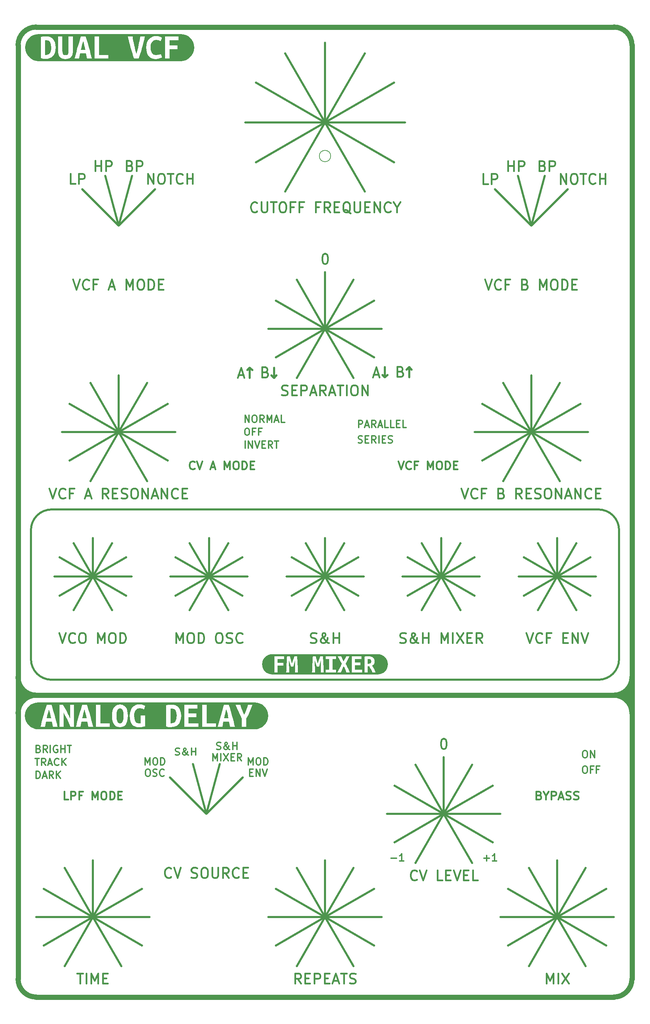
<source format=gto>
G04 #@! TF.GenerationSoftware,KiCad,Pcbnew,6.0.5+dfsg-1~bpo11+1*
G04 #@! TF.CreationDate,2023-01-16T15:28:36+00:00*
G04 #@! TF.ProjectId,VCF_VCA_BBD_pcb_panel,5643465f-5643-4415-9f42-42445f706362,1.0*
G04 #@! TF.SameCoordinates,Original*
G04 #@! TF.FileFunction,Legend,Top*
G04 #@! TF.FilePolarity,Positive*
%FSLAX46Y46*%
G04 Gerber Fmt 4.6, Leading zero omitted, Abs format (unit mm)*
G04 Created by KiCad (PCBNEW 6.0.5+dfsg-1~bpo11+1) date 2023-01-16 15:28:36*
%MOMM*%
%LPD*%
G01*
G04 APERTURE LIST*
%ADD10C,0.500000*%
%ADD11C,1.270000*%
%ADD12C,0.400000*%
%ADD13C,0.350000*%
%ADD14C,0.150000*%
%ADD15C,2.000000*%
G04 APERTURE END LIST*
D10*
X241935000Y-214630000D02*
X241935000Y-200660000D01*
X269875000Y-156210000D02*
X278123892Y-151447500D01*
X212725000Y-44450000D02*
X232410000Y-44450000D01*
D11*
X141605000Y-259715000D02*
X283845000Y-259715000D01*
D10*
X155575000Y-240030000D02*
X169545000Y-240030000D01*
X212725000Y-156210000D02*
X207962500Y-147961108D01*
X155575000Y-156210000D02*
X155575000Y-146685000D01*
X212725000Y-44450000D02*
X212725000Y-24765000D01*
X155575000Y-240030000D02*
X143476625Y-247015000D01*
X263525000Y-120650000D02*
X275623375Y-127635000D01*
X183515000Y-214630000D02*
X174534744Y-205649744D01*
X161925000Y-120650000D02*
X175895000Y-120650000D01*
X285115000Y-144780000D02*
G75*
G03*
X280035000Y-139700000I-5080000J0D01*
G01*
X212725000Y-95250000D02*
X200626625Y-88265000D01*
X241300000Y-156210000D02*
X231775000Y-156210000D01*
X269875000Y-240030000D02*
X257776625Y-233045000D01*
D11*
X141605000Y-20955000D02*
X283845000Y-20955000D01*
X137160000Y-255270000D02*
X137160000Y-180975000D01*
D10*
X155575000Y-156210000D02*
X160337500Y-164458892D01*
X241300000Y-156210000D02*
X250825000Y-156210000D01*
X263525000Y-69850000D02*
X254544744Y-60869744D01*
X212725000Y-156210000D02*
X220973892Y-151447500D01*
X263525000Y-120650000D02*
X263525000Y-106680000D01*
X263525000Y-120650000D02*
X270510000Y-108551625D01*
X140335000Y-176530000D02*
G75*
G03*
X145415000Y-181610000I5080000J0D01*
G01*
X184150000Y-156210000D02*
X175901108Y-151447500D01*
X269875000Y-240030000D02*
X281973375Y-247015000D01*
X212725000Y-44450000D02*
X195677290Y-34607500D01*
X184150000Y-156210000D02*
X179387500Y-147961108D01*
X241935000Y-214630000D02*
X248920000Y-226728375D01*
X241935000Y-214630000D02*
X255905000Y-214630000D01*
D11*
X141605000Y-20955000D02*
G75*
G03*
X137160000Y-25400000I0J-4445000D01*
G01*
D10*
X241300000Y-156210000D02*
X249548892Y-160972500D01*
X212725000Y-156210000D02*
X222250000Y-156210000D01*
X212725000Y-240030000D02*
X205740000Y-252128375D01*
X155575000Y-240030000D02*
X162560000Y-252128375D01*
X212725000Y-44450000D02*
X193040000Y-44450000D01*
X233426000Y-107188000D02*
X233426000Y-104648000D01*
X155575000Y-240030000D02*
X143476625Y-233045000D01*
X212725000Y-44450000D02*
X229772710Y-34607500D01*
X269875000Y-240030000D02*
X276860000Y-252128375D01*
X161925000Y-120650000D02*
X154940000Y-132748375D01*
X269875000Y-156210000D02*
X278123892Y-160972500D01*
X233426000Y-104648000D02*
X234061000Y-105283000D01*
X269875000Y-156210000D02*
X269875000Y-146685000D01*
X155575000Y-156210000D02*
X150812500Y-164458892D01*
X212725000Y-95250000D02*
X219710000Y-83151625D01*
X161925000Y-120650000D02*
X161925000Y-106680000D01*
X263525000Y-120650000D02*
X256540000Y-108551625D01*
X269875000Y-156210000D02*
X274637500Y-147961108D01*
X200152000Y-107315000D02*
X199517000Y-106680000D01*
X155575000Y-156210000D02*
X165100000Y-156210000D01*
X269875000Y-156210000D02*
X261626108Y-160972500D01*
X227457000Y-107188000D02*
X228092000Y-106553000D01*
X161925000Y-120650000D02*
X168910000Y-108551625D01*
X212725000Y-95250000D02*
X198755000Y-95250000D01*
X241300000Y-156210000D02*
X236537500Y-164458892D01*
X194183000Y-104775000D02*
X194818000Y-105410000D01*
X269875000Y-240030000D02*
X283845000Y-240030000D01*
X269875000Y-156210000D02*
X265112500Y-147961108D01*
X194183000Y-107315000D02*
X194183000Y-104775000D01*
X184150000Y-156210000D02*
X193675000Y-156210000D01*
X184150000Y-156210000D02*
X174625000Y-156210000D01*
D11*
X288289999Y-25400001D02*
G75*
G03*
X283844999Y-20955001I-4444999J1D01*
G01*
D10*
X263525000Y-120650000D02*
X270510000Y-132748375D01*
D11*
X288290000Y-255270000D02*
X288290000Y-180975000D01*
D10*
X212725000Y-95250000D02*
X224823375Y-88265000D01*
X161925000Y-69838591D02*
X170905256Y-60858335D01*
X212725000Y-240030000D02*
X212725000Y-226060000D01*
X263525000Y-120650000D02*
X249555000Y-120650000D01*
D11*
X137160000Y-255270000D02*
G75*
G03*
X141605000Y-259715000I4445000J0D01*
G01*
D10*
X280035000Y-181610000D02*
X145415000Y-181610000D01*
X184150000Y-156210000D02*
X192398892Y-160972500D01*
X194183000Y-104775000D02*
X193548000Y-105410000D01*
X269875000Y-240030000D02*
X283845000Y-240030000D01*
X241300000Y-156210000D02*
X233051108Y-151447500D01*
X212725000Y-156210000D02*
X204476108Y-151447500D01*
X155575000Y-156210000D02*
X146050000Y-156210000D01*
X212725000Y-95250000D02*
X200626625Y-102235000D01*
X269875000Y-240030000D02*
X255905000Y-240030000D01*
X263525000Y-120650000D02*
X251426625Y-127635000D01*
X212725000Y-95250000D02*
X212725000Y-81280000D01*
X155575000Y-240030000D02*
X167673375Y-233045000D01*
X263525000Y-120650000D02*
X256540000Y-132748375D01*
X269875000Y-240030000D02*
X262890000Y-252128375D01*
X263525000Y-120650000D02*
X251426625Y-113665000D01*
X263525000Y-69850000D02*
X260237998Y-57582742D01*
X184150000Y-156210000D02*
X192398892Y-151447500D01*
X212725000Y-240030000D02*
X219710000Y-227931625D01*
X212725000Y-240030000D02*
X226695000Y-240030000D01*
X184150000Y-156210000D02*
X184150000Y-146685000D01*
X212725000Y-44450000D02*
X222567500Y-61497710D01*
X212725000Y-95250000D02*
X224823375Y-102235000D01*
X155575000Y-156210000D02*
X163823892Y-160972500D01*
X241300000Y-156210000D02*
X233051108Y-160972500D01*
X212725000Y-240030000D02*
X198755000Y-240030000D01*
X241300000Y-156210000D02*
X249548892Y-151447500D01*
X212725000Y-240030000D02*
X200626625Y-233045000D01*
X155575000Y-240030000D02*
X148590000Y-252128375D01*
X269875000Y-156210000D02*
X260350000Y-156210000D01*
X212725000Y-240030000D02*
X219710000Y-252128375D01*
X212725000Y-156210000D02*
X204476108Y-160972500D01*
X280035000Y-139700000D02*
X145415000Y-139700000D01*
X280035000Y-181610000D02*
G75*
G03*
X285115000Y-176530000I0J5080000D01*
G01*
X269875000Y-156210000D02*
X279400000Y-156210000D01*
X263525000Y-120650000D02*
X277495000Y-120650000D01*
X269875000Y-156210000D02*
X261626108Y-151447500D01*
X263525000Y-69850000D02*
X266812002Y-57582742D01*
X241935000Y-214630000D02*
X227965000Y-214630000D01*
D11*
X283845000Y-259715000D02*
G75*
G03*
X288290000Y-255270000I0J4445000D01*
G01*
D10*
X212725000Y-240030000D02*
X224823375Y-247015000D01*
X269875000Y-240030000D02*
X281973375Y-233045000D01*
X227457000Y-107188000D02*
X226822000Y-106553000D01*
X212725000Y-156210000D02*
X207962500Y-164458892D01*
X263525000Y-69850000D02*
X272505256Y-60869744D01*
X184150000Y-156210000D02*
X175901108Y-160972500D01*
X212725000Y-156210000D02*
X212725000Y-146685000D01*
X212725000Y-44450000D02*
X202882500Y-61497710D01*
X233426000Y-104648000D02*
X232791000Y-105283000D01*
X161925000Y-69838591D02*
X152944744Y-60858335D01*
X263525000Y-120650000D02*
X275623375Y-113665000D01*
X269875000Y-240030000D02*
X262890000Y-227931625D01*
D11*
X287655000Y-187007500D02*
X287655000Y-183832500D01*
D10*
X212725000Y-240030000D02*
X200626625Y-247015000D01*
X155575000Y-156210000D02*
X160337500Y-147961108D01*
X269875000Y-156210000D02*
X265112500Y-164458892D01*
X227457000Y-104648000D02*
X227457000Y-107188000D01*
X161925000Y-69838591D02*
X165212002Y-57571333D01*
X161925000Y-120650000D02*
X149826625Y-127635000D01*
X212725000Y-44450000D02*
X195677290Y-54292500D01*
X241300000Y-156210000D02*
X241300000Y-146685000D01*
X212725000Y-95250000D02*
X205740000Y-107348375D01*
X145415000Y-139700000D02*
G75*
G03*
X140335000Y-144780000I0J-5080000D01*
G01*
X155575000Y-240030000D02*
X167673375Y-247015000D01*
X212725000Y-156210000D02*
X217487500Y-164458892D01*
X241935000Y-214630000D02*
X254033375Y-207645000D01*
X212725000Y-44450000D02*
X202882500Y-27402290D01*
X269875000Y-240030000D02*
X269875000Y-226060000D01*
X184150000Y-156210000D02*
X188912500Y-164458892D01*
X241935000Y-214630000D02*
X234950000Y-202531625D01*
D11*
X288290000Y-189865000D02*
G75*
G03*
X283845000Y-185420000I-4445000J0D01*
G01*
D10*
X241300000Y-156210000D02*
X236537500Y-147961108D01*
X241935000Y-214630000D02*
X248920000Y-202531625D01*
X241935000Y-214630000D02*
X229836625Y-221615000D01*
X269875000Y-240030000D02*
X276860000Y-227931625D01*
X155575000Y-156210000D02*
X147326108Y-160972500D01*
X155575000Y-240030000D02*
X148590000Y-227931625D01*
X200152000Y-107315000D02*
X200787000Y-106680000D01*
X212725000Y-156210000D02*
X220973892Y-160972500D01*
D11*
X137795000Y-185420000D02*
X287655000Y-185420000D01*
X137795000Y-187007500D02*
X137795000Y-183832500D01*
D10*
X269875000Y-240030000D02*
X257776625Y-247015000D01*
X212725000Y-156210000D02*
X203200000Y-156210000D01*
X212725000Y-240030000D02*
X224823375Y-233045000D01*
X183515000Y-214630000D02*
X186802002Y-202362742D01*
X212725000Y-95250000D02*
X205740000Y-83151625D01*
X241935000Y-214630000D02*
X254033375Y-221615000D01*
D11*
X141605000Y-185420000D02*
G75*
G03*
X137160000Y-189865000I0J-4445000D01*
G01*
D10*
X155575000Y-240030000D02*
X141605000Y-240030000D01*
X155575000Y-240030000D02*
X162560000Y-227931625D01*
X241300000Y-156210000D02*
X246062500Y-164458892D01*
X161925000Y-120650000D02*
X149826625Y-113665000D01*
X285115000Y-176530000D02*
X285115000Y-144780000D01*
X184150000Y-156210000D02*
X179387500Y-164458892D01*
X212725000Y-44450000D02*
X229772710Y-54292500D01*
X155575000Y-240030000D02*
X155575000Y-226060000D01*
X161925000Y-120650000D02*
X174023375Y-127635000D01*
X155575000Y-156210000D02*
X147326108Y-151447500D01*
X212725000Y-95250000D02*
X226695000Y-95250000D01*
X161925000Y-69838591D02*
X158637998Y-57571333D01*
X212725000Y-44450000D02*
X222567500Y-27402290D01*
X161925000Y-120650000D02*
X174023375Y-113665000D01*
X155575000Y-156210000D02*
X163823892Y-151447500D01*
D11*
X137160000Y-180975000D02*
X137160000Y-25400000D01*
D10*
X212725000Y-95250000D02*
X219710000Y-107348375D01*
X212725000Y-156210000D02*
X217487500Y-147961108D01*
X155575000Y-156210000D02*
X150812500Y-147961108D01*
X183515000Y-214630000D02*
X192495256Y-205649744D01*
X241935000Y-214630000D02*
X229836625Y-207645000D01*
X241935000Y-214630000D02*
X234950000Y-226728375D01*
X140335000Y-144780000D02*
X140335000Y-176530000D01*
D11*
X137160000Y-180975000D02*
G75*
G03*
X141605000Y-185420000I4445000J0D01*
G01*
D10*
X161925000Y-120650000D02*
X147955000Y-120650000D01*
X161925000Y-120650000D02*
X168910000Y-132748375D01*
X184150000Y-156210000D02*
X188912500Y-147961108D01*
X183515000Y-214630000D02*
X180227998Y-202362742D01*
X161925000Y-120650000D02*
X154940000Y-108551625D01*
X212725000Y-240030000D02*
X205740000Y-227931625D01*
X241300000Y-156210000D02*
X246062500Y-147961108D01*
D11*
X283845000Y-185420000D02*
G75*
G03*
X288290000Y-180975000I0J4445000D01*
G01*
X288290000Y-180975000D02*
X288289999Y-25400001D01*
D10*
X200152000Y-104775000D02*
X200152000Y-107315000D01*
X269875000Y-156210000D02*
X274637500Y-164458892D01*
D12*
X257750714Y-56387361D02*
X257750714Y-53887361D01*
X257750714Y-55077837D02*
X259179285Y-55077837D01*
X259179285Y-56387361D02*
X259179285Y-53887361D01*
X260369761Y-56387361D02*
X260369761Y-53887361D01*
X261322142Y-53887361D01*
X261560238Y-54006409D01*
X261679285Y-54125456D01*
X261798333Y-54363551D01*
X261798333Y-54720694D01*
X261679285Y-54958789D01*
X261560238Y-55077837D01*
X261322142Y-55196885D01*
X260369761Y-55196885D01*
X191428761Y-106588666D02*
X192619238Y-106588666D01*
X191190666Y-107302952D02*
X192024000Y-104802952D01*
X192857333Y-107302952D01*
X241815952Y-196115952D02*
X242054047Y-196115952D01*
X242292142Y-196235000D01*
X242411190Y-196354047D01*
X242530238Y-196592142D01*
X242649285Y-197068333D01*
X242649285Y-197663571D01*
X242530238Y-198139761D01*
X242411190Y-198377857D01*
X242292142Y-198496904D01*
X242054047Y-198615952D01*
X241815952Y-198615952D01*
X241577857Y-198496904D01*
X241458809Y-198377857D01*
X241339761Y-198139761D01*
X241220714Y-197663571D01*
X241220714Y-197068333D01*
X241339761Y-196592142D01*
X241458809Y-196354047D01*
X241577857Y-196235000D01*
X241815952Y-196115952D01*
X206772619Y-256400952D02*
X205939285Y-255210476D01*
X205344047Y-256400952D02*
X205344047Y-253900952D01*
X206296428Y-253900952D01*
X206534523Y-254020000D01*
X206653571Y-254139047D01*
X206772619Y-254377142D01*
X206772619Y-254734285D01*
X206653571Y-254972380D01*
X206534523Y-255091428D01*
X206296428Y-255210476D01*
X205344047Y-255210476D01*
X207844047Y-255091428D02*
X208677380Y-255091428D01*
X209034523Y-256400952D02*
X207844047Y-256400952D01*
X207844047Y-253900952D01*
X209034523Y-253900952D01*
X210105952Y-256400952D02*
X210105952Y-253900952D01*
X211058333Y-253900952D01*
X211296428Y-254020000D01*
X211415476Y-254139047D01*
X211534523Y-254377142D01*
X211534523Y-254734285D01*
X211415476Y-254972380D01*
X211296428Y-255091428D01*
X211058333Y-255210476D01*
X210105952Y-255210476D01*
X212605952Y-255091428D02*
X213439285Y-255091428D01*
X213796428Y-256400952D02*
X212605952Y-256400952D01*
X212605952Y-253900952D01*
X213796428Y-253900952D01*
X214748809Y-255686666D02*
X215939285Y-255686666D01*
X214510714Y-256400952D02*
X215344047Y-253900952D01*
X216177380Y-256400952D01*
X216653571Y-253900952D02*
X218082142Y-253900952D01*
X217367857Y-256400952D02*
X217367857Y-253900952D01*
X218796428Y-256281904D02*
X219153571Y-256400952D01*
X219748809Y-256400952D01*
X219986904Y-256281904D01*
X220105952Y-256162857D01*
X220225000Y-255924761D01*
X220225000Y-255686666D01*
X220105952Y-255448571D01*
X219986904Y-255329523D01*
X219748809Y-255210476D01*
X219272619Y-255091428D01*
X219034523Y-254972380D01*
X218915476Y-254853333D01*
X218796428Y-254615238D01*
X218796428Y-254377142D01*
X218915476Y-254139047D01*
X219034523Y-254020000D01*
X219272619Y-253900952D01*
X219867857Y-253900952D01*
X220225000Y-254020000D01*
X270689285Y-59562361D02*
X270689285Y-57062361D01*
X272117857Y-59562361D01*
X272117857Y-57062361D01*
X273784523Y-57062361D02*
X274260714Y-57062361D01*
X274498809Y-57181409D01*
X274736904Y-57419504D01*
X274855952Y-57895694D01*
X274855952Y-58729028D01*
X274736904Y-59205218D01*
X274498809Y-59443313D01*
X274260714Y-59562361D01*
X273784523Y-59562361D01*
X273546428Y-59443313D01*
X273308333Y-59205218D01*
X273189285Y-58729028D01*
X273189285Y-57895694D01*
X273308333Y-57419504D01*
X273546428Y-57181409D01*
X273784523Y-57062361D01*
X275570238Y-57062361D02*
X276998809Y-57062361D01*
X276284523Y-59562361D02*
X276284523Y-57062361D01*
X279260714Y-59324266D02*
X279141666Y-59443313D01*
X278784523Y-59562361D01*
X278546428Y-59562361D01*
X278189285Y-59443313D01*
X277951190Y-59205218D01*
X277832142Y-58967123D01*
X277713095Y-58490932D01*
X277713095Y-58133789D01*
X277832142Y-57657599D01*
X277951190Y-57419504D01*
X278189285Y-57181409D01*
X278546428Y-57062361D01*
X278784523Y-57062361D01*
X279141666Y-57181409D01*
X279260714Y-57300456D01*
X280332142Y-59562361D02*
X280332142Y-57062361D01*
X280332142Y-58252837D02*
X281760714Y-58252837D01*
X281760714Y-59562361D02*
X281760714Y-57062361D01*
D13*
X229005000Y-225550000D02*
X230338333Y-225550000D01*
X232088333Y-226216666D02*
X231088333Y-226216666D01*
X231588333Y-226216666D02*
X231588333Y-224466666D01*
X231421666Y-224716666D01*
X231255000Y-224883333D01*
X231088333Y-224966666D01*
X193049166Y-118266666D02*
X193049166Y-116516666D01*
X194049166Y-118266666D01*
X194049166Y-116516666D01*
X195215833Y-116516666D02*
X195549166Y-116516666D01*
X195715833Y-116600000D01*
X195882500Y-116766666D01*
X195965833Y-117100000D01*
X195965833Y-117683333D01*
X195882500Y-118016666D01*
X195715833Y-118183333D01*
X195549166Y-118266666D01*
X195215833Y-118266666D01*
X195049166Y-118183333D01*
X194882500Y-118016666D01*
X194799166Y-117683333D01*
X194799166Y-117100000D01*
X194882500Y-116766666D01*
X195049166Y-116600000D01*
X195215833Y-116516666D01*
X197715833Y-118266666D02*
X197132500Y-117433333D01*
X196715833Y-118266666D02*
X196715833Y-116516666D01*
X197382500Y-116516666D01*
X197549166Y-116600000D01*
X197632500Y-116683333D01*
X197715833Y-116850000D01*
X197715833Y-117100000D01*
X197632500Y-117266666D01*
X197549166Y-117350000D01*
X197382500Y-117433333D01*
X196715833Y-117433333D01*
X198465833Y-118266666D02*
X198465833Y-116516666D01*
X199049166Y-117766666D01*
X199632500Y-116516666D01*
X199632500Y-118266666D01*
X200382500Y-117766666D02*
X201215833Y-117766666D01*
X200215833Y-118266666D02*
X200799166Y-116516666D01*
X201382500Y-118266666D01*
X202799166Y-118266666D02*
X201965833Y-118266666D01*
X201965833Y-116516666D01*
D12*
X266263571Y-55077837D02*
X266620714Y-55196885D01*
X266739761Y-55315932D01*
X266858809Y-55554028D01*
X266858809Y-55911170D01*
X266739761Y-56149266D01*
X266620714Y-56268313D01*
X266382619Y-56387361D01*
X265430238Y-56387361D01*
X265430238Y-53887361D01*
X266263571Y-53887361D01*
X266501666Y-54006409D01*
X266620714Y-54125456D01*
X266739761Y-54363551D01*
X266739761Y-54601647D01*
X266620714Y-54839742D01*
X266501666Y-54958789D01*
X266263571Y-55077837D01*
X265430238Y-55077837D01*
X267930238Y-56387361D02*
X267930238Y-53887361D01*
X268882619Y-53887361D01*
X269120714Y-54006409D01*
X269239761Y-54125456D01*
X269358809Y-54363551D01*
X269358809Y-54720694D01*
X269239761Y-54958789D01*
X269120714Y-55077837D01*
X268882619Y-55196885D01*
X267930238Y-55196885D01*
D13*
X141364166Y-200971666D02*
X142364166Y-200971666D01*
X141864166Y-202721666D02*
X141864166Y-200971666D01*
X143947500Y-202721666D02*
X143364166Y-201888333D01*
X142947500Y-202721666D02*
X142947500Y-200971666D01*
X143614166Y-200971666D01*
X143780833Y-201055000D01*
X143864166Y-201138333D01*
X143947500Y-201305000D01*
X143947500Y-201555000D01*
X143864166Y-201721666D01*
X143780833Y-201805000D01*
X143614166Y-201888333D01*
X142947500Y-201888333D01*
X144614166Y-202221666D02*
X145447500Y-202221666D01*
X144447500Y-202721666D02*
X145030833Y-200971666D01*
X145614166Y-202721666D01*
X147197500Y-202555000D02*
X147114166Y-202638333D01*
X146864166Y-202721666D01*
X146697500Y-202721666D01*
X146447500Y-202638333D01*
X146280833Y-202471666D01*
X146197500Y-202305000D01*
X146114166Y-201971666D01*
X146114166Y-201721666D01*
X146197500Y-201388333D01*
X146280833Y-201221666D01*
X146447500Y-201055000D01*
X146697500Y-200971666D01*
X146864166Y-200971666D01*
X147114166Y-201055000D01*
X147197500Y-201138333D01*
X147947500Y-202721666D02*
X147947500Y-200971666D01*
X148947500Y-202721666D02*
X148197500Y-201721666D01*
X148947500Y-200971666D02*
X147947500Y-201971666D01*
D12*
X267255952Y-256400952D02*
X267255952Y-253900952D01*
X268089285Y-255686666D01*
X268922619Y-253900952D01*
X268922619Y-256400952D01*
X270113095Y-256400952D02*
X270113095Y-253900952D01*
X271065476Y-253900952D02*
X272732142Y-256400952D01*
X272732142Y-253900952D02*
X271065476Y-256400952D01*
X252888809Y-59562361D02*
X251698333Y-59562361D01*
X251698333Y-57062361D01*
X253722142Y-59562361D02*
X253722142Y-57062361D01*
X254674523Y-57062361D01*
X254912619Y-57181409D01*
X255031666Y-57300456D01*
X255150714Y-57538551D01*
X255150714Y-57895694D01*
X255031666Y-58133789D01*
X254912619Y-58252837D01*
X254674523Y-58371885D01*
X253722142Y-58371885D01*
D13*
X276567500Y-202876666D02*
X276900833Y-202876666D01*
X277067500Y-202960000D01*
X277234166Y-203126666D01*
X277317500Y-203460000D01*
X277317500Y-204043333D01*
X277234166Y-204376666D01*
X277067500Y-204543333D01*
X276900833Y-204626666D01*
X276567500Y-204626666D01*
X276400833Y-204543333D01*
X276234166Y-204376666D01*
X276150833Y-204043333D01*
X276150833Y-203460000D01*
X276234166Y-203126666D01*
X276400833Y-202960000D01*
X276567500Y-202876666D01*
X278650833Y-203710000D02*
X278067500Y-203710000D01*
X278067500Y-204626666D02*
X278067500Y-202876666D01*
X278900833Y-202876666D01*
X280150833Y-203710000D02*
X279567500Y-203710000D01*
X279567500Y-204626666D02*
X279567500Y-202876666D01*
X280400833Y-202876666D01*
D12*
X156150714Y-56375952D02*
X156150714Y-53875952D01*
X156150714Y-55066428D02*
X157579285Y-55066428D01*
X157579285Y-56375952D02*
X157579285Y-53875952D01*
X158769761Y-56375952D02*
X158769761Y-53875952D01*
X159722142Y-53875952D01*
X159960238Y-53995000D01*
X160079285Y-54114047D01*
X160198333Y-54352142D01*
X160198333Y-54709285D01*
X160079285Y-54947380D01*
X159960238Y-55066428D01*
X159722142Y-55185476D01*
X158769761Y-55185476D01*
X169089285Y-59550952D02*
X169089285Y-57050952D01*
X170517857Y-59550952D01*
X170517857Y-57050952D01*
X172184523Y-57050952D02*
X172660714Y-57050952D01*
X172898809Y-57170000D01*
X173136904Y-57408095D01*
X173255952Y-57884285D01*
X173255952Y-58717619D01*
X173136904Y-59193809D01*
X172898809Y-59431904D01*
X172660714Y-59550952D01*
X172184523Y-59550952D01*
X171946428Y-59431904D01*
X171708333Y-59193809D01*
X171589285Y-58717619D01*
X171589285Y-57884285D01*
X171708333Y-57408095D01*
X171946428Y-57170000D01*
X172184523Y-57050952D01*
X173970238Y-57050952D02*
X175398809Y-57050952D01*
X174684523Y-59550952D02*
X174684523Y-57050952D01*
X177660714Y-59312857D02*
X177541666Y-59431904D01*
X177184523Y-59550952D01*
X176946428Y-59550952D01*
X176589285Y-59431904D01*
X176351190Y-59193809D01*
X176232142Y-58955714D01*
X176113095Y-58479523D01*
X176113095Y-58122380D01*
X176232142Y-57646190D01*
X176351190Y-57408095D01*
X176589285Y-57170000D01*
X176946428Y-57050952D01*
X177184523Y-57050952D01*
X177541666Y-57170000D01*
X177660714Y-57289047D01*
X178732142Y-59550952D02*
X178732142Y-57050952D01*
X178732142Y-58241428D02*
X180160714Y-58241428D01*
X180160714Y-59550952D02*
X180160714Y-57050952D01*
X176054761Y-172580952D02*
X176054761Y-170080952D01*
X176888095Y-171866666D01*
X177721428Y-170080952D01*
X177721428Y-172580952D01*
X179388095Y-170080952D02*
X179864285Y-170080952D01*
X180102380Y-170200000D01*
X180340476Y-170438095D01*
X180459523Y-170914285D01*
X180459523Y-171747619D01*
X180340476Y-172223809D01*
X180102380Y-172461904D01*
X179864285Y-172580952D01*
X179388095Y-172580952D01*
X179150000Y-172461904D01*
X178911904Y-172223809D01*
X178792857Y-171747619D01*
X178792857Y-170914285D01*
X178911904Y-170438095D01*
X179150000Y-170200000D01*
X179388095Y-170080952D01*
X181530952Y-172580952D02*
X181530952Y-170080952D01*
X182126190Y-170080952D01*
X182483333Y-170200000D01*
X182721428Y-170438095D01*
X182840476Y-170676190D01*
X182959523Y-171152380D01*
X182959523Y-171509523D01*
X182840476Y-171985714D01*
X182721428Y-172223809D01*
X182483333Y-172461904D01*
X182126190Y-172580952D01*
X181530952Y-172580952D01*
X186411904Y-170080952D02*
X186888095Y-170080952D01*
X187126190Y-170200000D01*
X187364285Y-170438095D01*
X187483333Y-170914285D01*
X187483333Y-171747619D01*
X187364285Y-172223809D01*
X187126190Y-172461904D01*
X186888095Y-172580952D01*
X186411904Y-172580952D01*
X186173809Y-172461904D01*
X185935714Y-172223809D01*
X185816666Y-171747619D01*
X185816666Y-170914285D01*
X185935714Y-170438095D01*
X186173809Y-170200000D01*
X186411904Y-170080952D01*
X188435714Y-172461904D02*
X188792857Y-172580952D01*
X189388095Y-172580952D01*
X189626190Y-172461904D01*
X189745238Y-172342857D01*
X189864285Y-172104761D01*
X189864285Y-171866666D01*
X189745238Y-171628571D01*
X189626190Y-171509523D01*
X189388095Y-171390476D01*
X188911904Y-171271428D01*
X188673809Y-171152380D01*
X188554761Y-171033333D01*
X188435714Y-170795238D01*
X188435714Y-170557142D01*
X188554761Y-170319047D01*
X188673809Y-170200000D01*
X188911904Y-170080952D01*
X189507142Y-170080952D01*
X189864285Y-170200000D01*
X192364285Y-172342857D02*
X192245238Y-172461904D01*
X191888095Y-172580952D01*
X191650000Y-172580952D01*
X191292857Y-172461904D01*
X191054761Y-172223809D01*
X190935714Y-171985714D01*
X190816666Y-171509523D01*
X190816666Y-171152380D01*
X190935714Y-170676190D01*
X191054761Y-170438095D01*
X191292857Y-170200000D01*
X191650000Y-170080952D01*
X191888095Y-170080952D01*
X192245238Y-170200000D01*
X192364285Y-170319047D01*
X231180952Y-172461904D02*
X231538095Y-172580952D01*
X232133333Y-172580952D01*
X232371428Y-172461904D01*
X232490476Y-172342857D01*
X232609523Y-172104761D01*
X232609523Y-171866666D01*
X232490476Y-171628571D01*
X232371428Y-171509523D01*
X232133333Y-171390476D01*
X231657142Y-171271428D01*
X231419047Y-171152380D01*
X231300000Y-171033333D01*
X231180952Y-170795238D01*
X231180952Y-170557142D01*
X231300000Y-170319047D01*
X231419047Y-170200000D01*
X231657142Y-170080952D01*
X232252380Y-170080952D01*
X232609523Y-170200000D01*
X235704761Y-172580952D02*
X235585714Y-172580952D01*
X235347619Y-172461904D01*
X234990476Y-172104761D01*
X234395238Y-171390476D01*
X234157142Y-171033333D01*
X234038095Y-170676190D01*
X234038095Y-170438095D01*
X234157142Y-170200000D01*
X234395238Y-170080952D01*
X234514285Y-170080952D01*
X234752380Y-170200000D01*
X234871428Y-170438095D01*
X234871428Y-170557142D01*
X234752380Y-170795238D01*
X234633333Y-170914285D01*
X233919047Y-171390476D01*
X233800000Y-171509523D01*
X233680952Y-171747619D01*
X233680952Y-172104761D01*
X233800000Y-172342857D01*
X233919047Y-172461904D01*
X234157142Y-172580952D01*
X234514285Y-172580952D01*
X234752380Y-172461904D01*
X234871428Y-172342857D01*
X235228571Y-171866666D01*
X235347619Y-171509523D01*
X235347619Y-171271428D01*
X236776190Y-172580952D02*
X236776190Y-170080952D01*
X236776190Y-171271428D02*
X238204761Y-171271428D01*
X238204761Y-172580952D02*
X238204761Y-170080952D01*
X241300000Y-172580952D02*
X241300000Y-170080952D01*
X242133333Y-171866666D01*
X242966666Y-170080952D01*
X242966666Y-172580952D01*
X244157142Y-172580952D02*
X244157142Y-170080952D01*
X245109523Y-170080952D02*
X246776190Y-172580952D01*
X246776190Y-170080952D02*
X245109523Y-172580952D01*
X247728571Y-171271428D02*
X248561904Y-171271428D01*
X248919047Y-172580952D02*
X247728571Y-172580952D01*
X247728571Y-170080952D01*
X248919047Y-170080952D01*
X251419047Y-172580952D02*
X250585714Y-171390476D01*
X249990476Y-172580952D02*
X249990476Y-170080952D01*
X250942857Y-170080952D01*
X251180952Y-170200000D01*
X251300000Y-170319047D01*
X251419047Y-170557142D01*
X251419047Y-170914285D01*
X251300000Y-171152380D01*
X251180952Y-171271428D01*
X250942857Y-171390476D01*
X249990476Y-171390476D01*
X209153571Y-172461904D02*
X209510714Y-172580952D01*
X210105952Y-172580952D01*
X210344047Y-172461904D01*
X210463095Y-172342857D01*
X210582142Y-172104761D01*
X210582142Y-171866666D01*
X210463095Y-171628571D01*
X210344047Y-171509523D01*
X210105952Y-171390476D01*
X209629761Y-171271428D01*
X209391666Y-171152380D01*
X209272619Y-171033333D01*
X209153571Y-170795238D01*
X209153571Y-170557142D01*
X209272619Y-170319047D01*
X209391666Y-170200000D01*
X209629761Y-170080952D01*
X210225000Y-170080952D01*
X210582142Y-170200000D01*
X213677380Y-172580952D02*
X213558333Y-172580952D01*
X213320238Y-172461904D01*
X212963095Y-172104761D01*
X212367857Y-171390476D01*
X212129761Y-171033333D01*
X212010714Y-170676190D01*
X212010714Y-170438095D01*
X212129761Y-170200000D01*
X212367857Y-170080952D01*
X212486904Y-170080952D01*
X212725000Y-170200000D01*
X212844047Y-170438095D01*
X212844047Y-170557142D01*
X212725000Y-170795238D01*
X212605952Y-170914285D01*
X211891666Y-171390476D01*
X211772619Y-171509523D01*
X211653571Y-171747619D01*
X211653571Y-172104761D01*
X211772619Y-172342857D01*
X211891666Y-172461904D01*
X212129761Y-172580952D01*
X212486904Y-172580952D01*
X212725000Y-172461904D01*
X212844047Y-172342857D01*
X213201190Y-171866666D01*
X213320238Y-171509523D01*
X213320238Y-171271428D01*
X214748809Y-172580952D02*
X214748809Y-170080952D01*
X214748809Y-171271428D02*
X216177380Y-171271428D01*
X216177380Y-172580952D02*
X216177380Y-170080952D01*
X231318571Y-105739428D02*
X231675714Y-105858476D01*
X231794761Y-105977523D01*
X231913809Y-106215619D01*
X231913809Y-106572761D01*
X231794761Y-106810857D01*
X231675714Y-106929904D01*
X231437619Y-107048952D01*
X230485238Y-107048952D01*
X230485238Y-104548952D01*
X231318571Y-104548952D01*
X231556666Y-104668000D01*
X231675714Y-104787047D01*
X231794761Y-105025142D01*
X231794761Y-105263238D01*
X231675714Y-105501333D01*
X231556666Y-105620380D01*
X231318571Y-105739428D01*
X230485238Y-105739428D01*
X246263095Y-134520952D02*
X247096428Y-137020952D01*
X247929761Y-134520952D01*
X250191666Y-136782857D02*
X250072619Y-136901904D01*
X249715476Y-137020952D01*
X249477380Y-137020952D01*
X249120238Y-136901904D01*
X248882142Y-136663809D01*
X248763095Y-136425714D01*
X248644047Y-135949523D01*
X248644047Y-135592380D01*
X248763095Y-135116190D01*
X248882142Y-134878095D01*
X249120238Y-134640000D01*
X249477380Y-134520952D01*
X249715476Y-134520952D01*
X250072619Y-134640000D01*
X250191666Y-134759047D01*
X252096428Y-135711428D02*
X251263095Y-135711428D01*
X251263095Y-137020952D02*
X251263095Y-134520952D01*
X252453571Y-134520952D01*
X256144047Y-135711428D02*
X256501190Y-135830476D01*
X256620238Y-135949523D01*
X256739285Y-136187619D01*
X256739285Y-136544761D01*
X256620238Y-136782857D01*
X256501190Y-136901904D01*
X256263095Y-137020952D01*
X255310714Y-137020952D01*
X255310714Y-134520952D01*
X256144047Y-134520952D01*
X256382142Y-134640000D01*
X256501190Y-134759047D01*
X256620238Y-134997142D01*
X256620238Y-135235238D01*
X256501190Y-135473333D01*
X256382142Y-135592380D01*
X256144047Y-135711428D01*
X255310714Y-135711428D01*
X261144047Y-137020952D02*
X260310714Y-135830476D01*
X259715476Y-137020952D02*
X259715476Y-134520952D01*
X260667857Y-134520952D01*
X260905952Y-134640000D01*
X261025000Y-134759047D01*
X261144047Y-134997142D01*
X261144047Y-135354285D01*
X261025000Y-135592380D01*
X260905952Y-135711428D01*
X260667857Y-135830476D01*
X259715476Y-135830476D01*
X262215476Y-135711428D02*
X263048809Y-135711428D01*
X263405952Y-137020952D02*
X262215476Y-137020952D01*
X262215476Y-134520952D01*
X263405952Y-134520952D01*
X264358333Y-136901904D02*
X264715476Y-137020952D01*
X265310714Y-137020952D01*
X265548809Y-136901904D01*
X265667857Y-136782857D01*
X265786904Y-136544761D01*
X265786904Y-136306666D01*
X265667857Y-136068571D01*
X265548809Y-135949523D01*
X265310714Y-135830476D01*
X264834523Y-135711428D01*
X264596428Y-135592380D01*
X264477380Y-135473333D01*
X264358333Y-135235238D01*
X264358333Y-134997142D01*
X264477380Y-134759047D01*
X264596428Y-134640000D01*
X264834523Y-134520952D01*
X265429761Y-134520952D01*
X265786904Y-134640000D01*
X267334523Y-134520952D02*
X267810714Y-134520952D01*
X268048809Y-134640000D01*
X268286904Y-134878095D01*
X268405952Y-135354285D01*
X268405952Y-136187619D01*
X268286904Y-136663809D01*
X268048809Y-136901904D01*
X267810714Y-137020952D01*
X267334523Y-137020952D01*
X267096428Y-136901904D01*
X266858333Y-136663809D01*
X266739285Y-136187619D01*
X266739285Y-135354285D01*
X266858333Y-134878095D01*
X267096428Y-134640000D01*
X267334523Y-134520952D01*
X269477380Y-137020952D02*
X269477380Y-134520952D01*
X270905952Y-137020952D01*
X270905952Y-134520952D01*
X271977380Y-136306666D02*
X273167857Y-136306666D01*
X271739285Y-137020952D02*
X272572619Y-134520952D01*
X273405952Y-137020952D01*
X274239285Y-137020952D02*
X274239285Y-134520952D01*
X275667857Y-137020952D01*
X275667857Y-134520952D01*
X278286904Y-136782857D02*
X278167857Y-136901904D01*
X277810714Y-137020952D01*
X277572619Y-137020952D01*
X277215476Y-136901904D01*
X276977380Y-136663809D01*
X276858333Y-136425714D01*
X276739285Y-135949523D01*
X276739285Y-135592380D01*
X276858333Y-135116190D01*
X276977380Y-134878095D01*
X277215476Y-134640000D01*
X277572619Y-134520952D01*
X277810714Y-134520952D01*
X278167857Y-134640000D01*
X278286904Y-134759047D01*
X279358333Y-135711428D02*
X280191666Y-135711428D01*
X280548809Y-137020952D02*
X279358333Y-137020952D01*
X279358333Y-134520952D01*
X280548809Y-134520952D01*
D13*
X193840000Y-202582916D02*
X193840000Y-200832916D01*
X194423333Y-202082916D01*
X195006666Y-200832916D01*
X195006666Y-202582916D01*
X196173333Y-200832916D02*
X196506666Y-200832916D01*
X196673333Y-200916250D01*
X196840000Y-201082916D01*
X196923333Y-201416250D01*
X196923333Y-201999583D01*
X196840000Y-202332916D01*
X196673333Y-202499583D01*
X196506666Y-202582916D01*
X196173333Y-202582916D01*
X196006666Y-202499583D01*
X195840000Y-202332916D01*
X195756666Y-201999583D01*
X195756666Y-201416250D01*
X195840000Y-201082916D01*
X196006666Y-200916250D01*
X196173333Y-200832916D01*
X197673333Y-202582916D02*
X197673333Y-200832916D01*
X198090000Y-200832916D01*
X198340000Y-200916250D01*
X198506666Y-201082916D01*
X198590000Y-201249583D01*
X198673333Y-201582916D01*
X198673333Y-201832916D01*
X198590000Y-202166250D01*
X198506666Y-202332916D01*
X198340000Y-202499583D01*
X198090000Y-202582916D01*
X197673333Y-202582916D01*
X194173333Y-204483750D02*
X194756666Y-204483750D01*
X195006666Y-205400416D02*
X194173333Y-205400416D01*
X194173333Y-203650416D01*
X195006666Y-203650416D01*
X195756666Y-205400416D02*
X195756666Y-203650416D01*
X196756666Y-205400416D01*
X196756666Y-203650416D01*
X197340000Y-203650416D02*
X197923333Y-205400416D01*
X198506666Y-203650416D01*
D12*
X265398809Y-210042142D02*
X265684523Y-210137380D01*
X265779761Y-210232619D01*
X265875000Y-210423095D01*
X265875000Y-210708809D01*
X265779761Y-210899285D01*
X265684523Y-210994523D01*
X265494047Y-211089761D01*
X264732142Y-211089761D01*
X264732142Y-209089761D01*
X265398809Y-209089761D01*
X265589285Y-209185000D01*
X265684523Y-209280238D01*
X265779761Y-209470714D01*
X265779761Y-209661190D01*
X265684523Y-209851666D01*
X265589285Y-209946904D01*
X265398809Y-210042142D01*
X264732142Y-210042142D01*
X267113095Y-210137380D02*
X267113095Y-211089761D01*
X266446428Y-209089761D02*
X267113095Y-210137380D01*
X267779761Y-209089761D01*
X268446428Y-211089761D02*
X268446428Y-209089761D01*
X269208333Y-209089761D01*
X269398809Y-209185000D01*
X269494047Y-209280238D01*
X269589285Y-209470714D01*
X269589285Y-209756428D01*
X269494047Y-209946904D01*
X269398809Y-210042142D01*
X269208333Y-210137380D01*
X268446428Y-210137380D01*
X270351190Y-210518333D02*
X271303571Y-210518333D01*
X270160714Y-211089761D02*
X270827380Y-209089761D01*
X271494047Y-211089761D01*
X272065476Y-210994523D02*
X272351190Y-211089761D01*
X272827380Y-211089761D01*
X273017857Y-210994523D01*
X273113095Y-210899285D01*
X273208333Y-210708809D01*
X273208333Y-210518333D01*
X273113095Y-210327857D01*
X273017857Y-210232619D01*
X272827380Y-210137380D01*
X272446428Y-210042142D01*
X272255952Y-209946904D01*
X272160714Y-209851666D01*
X272065476Y-209661190D01*
X272065476Y-209470714D01*
X272160714Y-209280238D01*
X272255952Y-209185000D01*
X272446428Y-209089761D01*
X272922619Y-209089761D01*
X273208333Y-209185000D01*
X273970238Y-210994523D02*
X274255952Y-211089761D01*
X274732142Y-211089761D01*
X274922619Y-210994523D01*
X275017857Y-210899285D01*
X275113095Y-210708809D01*
X275113095Y-210518333D01*
X275017857Y-210327857D01*
X274922619Y-210232619D01*
X274732142Y-210137380D01*
X274351190Y-210042142D01*
X274160714Y-209946904D01*
X274065476Y-209851666D01*
X273970238Y-209661190D01*
X273970238Y-209470714D01*
X274065476Y-209280238D01*
X274160714Y-209185000D01*
X274351190Y-209089761D01*
X274827380Y-209089761D01*
X275113095Y-209185000D01*
X174824523Y-230127857D02*
X174705476Y-230246904D01*
X174348333Y-230365952D01*
X174110238Y-230365952D01*
X173753095Y-230246904D01*
X173515000Y-230008809D01*
X173395952Y-229770714D01*
X173276904Y-229294523D01*
X173276904Y-228937380D01*
X173395952Y-228461190D01*
X173515000Y-228223095D01*
X173753095Y-227985000D01*
X174110238Y-227865952D01*
X174348333Y-227865952D01*
X174705476Y-227985000D01*
X174824523Y-228104047D01*
X175538809Y-227865952D02*
X176372142Y-230365952D01*
X177205476Y-227865952D01*
X179824523Y-230246904D02*
X180181666Y-230365952D01*
X180776904Y-230365952D01*
X181015000Y-230246904D01*
X181134047Y-230127857D01*
X181253095Y-229889761D01*
X181253095Y-229651666D01*
X181134047Y-229413571D01*
X181015000Y-229294523D01*
X180776904Y-229175476D01*
X180300714Y-229056428D01*
X180062619Y-228937380D01*
X179943571Y-228818333D01*
X179824523Y-228580238D01*
X179824523Y-228342142D01*
X179943571Y-228104047D01*
X180062619Y-227985000D01*
X180300714Y-227865952D01*
X180895952Y-227865952D01*
X181253095Y-227985000D01*
X182800714Y-227865952D02*
X183276904Y-227865952D01*
X183515000Y-227985000D01*
X183753095Y-228223095D01*
X183872142Y-228699285D01*
X183872142Y-229532619D01*
X183753095Y-230008809D01*
X183515000Y-230246904D01*
X183276904Y-230365952D01*
X182800714Y-230365952D01*
X182562619Y-230246904D01*
X182324523Y-230008809D01*
X182205476Y-229532619D01*
X182205476Y-228699285D01*
X182324523Y-228223095D01*
X182562619Y-227985000D01*
X182800714Y-227865952D01*
X184943571Y-227865952D02*
X184943571Y-229889761D01*
X185062619Y-230127857D01*
X185181666Y-230246904D01*
X185419761Y-230365952D01*
X185895952Y-230365952D01*
X186134047Y-230246904D01*
X186253095Y-230127857D01*
X186372142Y-229889761D01*
X186372142Y-227865952D01*
X188991190Y-230365952D02*
X188157857Y-229175476D01*
X187562619Y-230365952D02*
X187562619Y-227865952D01*
X188515000Y-227865952D01*
X188753095Y-227985000D01*
X188872142Y-228104047D01*
X188991190Y-228342142D01*
X188991190Y-228699285D01*
X188872142Y-228937380D01*
X188753095Y-229056428D01*
X188515000Y-229175476D01*
X187562619Y-229175476D01*
X191491190Y-230127857D02*
X191372142Y-230246904D01*
X191015000Y-230365952D01*
X190776904Y-230365952D01*
X190419761Y-230246904D01*
X190181666Y-230008809D01*
X190062619Y-229770714D01*
X189943571Y-229294523D01*
X189943571Y-228937380D01*
X190062619Y-228461190D01*
X190181666Y-228223095D01*
X190419761Y-227985000D01*
X190776904Y-227865952D01*
X191015000Y-227865952D01*
X191372142Y-227985000D01*
X191491190Y-228104047D01*
X192562619Y-229056428D02*
X193395952Y-229056428D01*
X193753095Y-230365952D02*
X192562619Y-230365952D01*
X192562619Y-227865952D01*
X193753095Y-227865952D01*
X150675000Y-83074543D02*
X151508333Y-85574543D01*
X152341666Y-83074543D01*
X154603571Y-85336448D02*
X154484523Y-85455495D01*
X154127380Y-85574543D01*
X153889285Y-85574543D01*
X153532142Y-85455495D01*
X153294047Y-85217400D01*
X153175000Y-84979305D01*
X153055952Y-84503114D01*
X153055952Y-84145971D01*
X153175000Y-83669781D01*
X153294047Y-83431686D01*
X153532142Y-83193591D01*
X153889285Y-83074543D01*
X154127380Y-83074543D01*
X154484523Y-83193591D01*
X154603571Y-83312638D01*
X156508333Y-84265019D02*
X155675000Y-84265019D01*
X155675000Y-85574543D02*
X155675000Y-83074543D01*
X156865476Y-83074543D01*
X159603571Y-84860257D02*
X160794047Y-84860257D01*
X159365476Y-85574543D02*
X160198809Y-83074543D01*
X161032142Y-85574543D01*
X163770238Y-85574543D02*
X163770238Y-83074543D01*
X164603571Y-84860257D01*
X165436904Y-83074543D01*
X165436904Y-85574543D01*
X167103571Y-83074543D02*
X167579761Y-83074543D01*
X167817857Y-83193591D01*
X168055952Y-83431686D01*
X168175000Y-83907876D01*
X168175000Y-84741210D01*
X168055952Y-85217400D01*
X167817857Y-85455495D01*
X167579761Y-85574543D01*
X167103571Y-85574543D01*
X166865476Y-85455495D01*
X166627380Y-85217400D01*
X166508333Y-84741210D01*
X166508333Y-83907876D01*
X166627380Y-83431686D01*
X166865476Y-83193591D01*
X167103571Y-83074543D01*
X169246428Y-85574543D02*
X169246428Y-83074543D01*
X169841666Y-83074543D01*
X170198809Y-83193591D01*
X170436904Y-83431686D01*
X170555952Y-83669781D01*
X170675000Y-84145971D01*
X170675000Y-84503114D01*
X170555952Y-84979305D01*
X170436904Y-85217400D01*
X170198809Y-85455495D01*
X169841666Y-85574543D01*
X169246428Y-85574543D01*
X171746428Y-84265019D02*
X172579761Y-84265019D01*
X172936904Y-85574543D02*
X171746428Y-85574543D01*
X171746428Y-83074543D01*
X172936904Y-83074543D01*
X195998809Y-66297857D02*
X195879761Y-66416904D01*
X195522619Y-66535952D01*
X195284523Y-66535952D01*
X194927380Y-66416904D01*
X194689285Y-66178809D01*
X194570238Y-65940714D01*
X194451190Y-65464523D01*
X194451190Y-65107380D01*
X194570238Y-64631190D01*
X194689285Y-64393095D01*
X194927380Y-64155000D01*
X195284523Y-64035952D01*
X195522619Y-64035952D01*
X195879761Y-64155000D01*
X195998809Y-64274047D01*
X197070238Y-64035952D02*
X197070238Y-66059761D01*
X197189285Y-66297857D01*
X197308333Y-66416904D01*
X197546428Y-66535952D01*
X198022619Y-66535952D01*
X198260714Y-66416904D01*
X198379761Y-66297857D01*
X198498809Y-66059761D01*
X198498809Y-64035952D01*
X199332142Y-64035952D02*
X200760714Y-64035952D01*
X200046428Y-66535952D02*
X200046428Y-64035952D01*
X202070238Y-64035952D02*
X202546428Y-64035952D01*
X202784523Y-64155000D01*
X203022619Y-64393095D01*
X203141666Y-64869285D01*
X203141666Y-65702619D01*
X203022619Y-66178809D01*
X202784523Y-66416904D01*
X202546428Y-66535952D01*
X202070238Y-66535952D01*
X201832142Y-66416904D01*
X201594047Y-66178809D01*
X201475000Y-65702619D01*
X201475000Y-64869285D01*
X201594047Y-64393095D01*
X201832142Y-64155000D01*
X202070238Y-64035952D01*
X205046428Y-65226428D02*
X204213095Y-65226428D01*
X204213095Y-66535952D02*
X204213095Y-64035952D01*
X205403571Y-64035952D01*
X207189285Y-65226428D02*
X206355952Y-65226428D01*
X206355952Y-66535952D02*
X206355952Y-64035952D01*
X207546428Y-64035952D01*
X211236904Y-65226428D02*
X210403571Y-65226428D01*
X210403571Y-66535952D02*
X210403571Y-64035952D01*
X211594047Y-64035952D01*
X213975000Y-66535952D02*
X213141666Y-65345476D01*
X212546428Y-66535952D02*
X212546428Y-64035952D01*
X213498809Y-64035952D01*
X213736904Y-64155000D01*
X213855952Y-64274047D01*
X213975000Y-64512142D01*
X213975000Y-64869285D01*
X213855952Y-65107380D01*
X213736904Y-65226428D01*
X213498809Y-65345476D01*
X212546428Y-65345476D01*
X215046428Y-65226428D02*
X215879761Y-65226428D01*
X216236904Y-66535952D02*
X215046428Y-66535952D01*
X215046428Y-64035952D01*
X216236904Y-64035952D01*
X218975000Y-66774047D02*
X218736904Y-66655000D01*
X218498809Y-66416904D01*
X218141666Y-66059761D01*
X217903571Y-65940714D01*
X217665476Y-65940714D01*
X217784523Y-66535952D02*
X217546428Y-66416904D01*
X217308333Y-66178809D01*
X217189285Y-65702619D01*
X217189285Y-64869285D01*
X217308333Y-64393095D01*
X217546428Y-64155000D01*
X217784523Y-64035952D01*
X218260714Y-64035952D01*
X218498809Y-64155000D01*
X218736904Y-64393095D01*
X218855952Y-64869285D01*
X218855952Y-65702619D01*
X218736904Y-66178809D01*
X218498809Y-66416904D01*
X218260714Y-66535952D01*
X217784523Y-66535952D01*
X219927380Y-64035952D02*
X219927380Y-66059761D01*
X220046428Y-66297857D01*
X220165476Y-66416904D01*
X220403571Y-66535952D01*
X220879761Y-66535952D01*
X221117857Y-66416904D01*
X221236904Y-66297857D01*
X221355952Y-66059761D01*
X221355952Y-64035952D01*
X222546428Y-65226428D02*
X223379761Y-65226428D01*
X223736904Y-66535952D02*
X222546428Y-66535952D01*
X222546428Y-64035952D01*
X223736904Y-64035952D01*
X224808333Y-66535952D02*
X224808333Y-64035952D01*
X226236904Y-66535952D01*
X226236904Y-64035952D01*
X228855952Y-66297857D02*
X228736904Y-66416904D01*
X228379761Y-66535952D01*
X228141666Y-66535952D01*
X227784523Y-66416904D01*
X227546428Y-66178809D01*
X227427380Y-65940714D01*
X227308333Y-65464523D01*
X227308333Y-65107380D01*
X227427380Y-64631190D01*
X227546428Y-64393095D01*
X227784523Y-64155000D01*
X228141666Y-64035952D01*
X228379761Y-64035952D01*
X228736904Y-64155000D01*
X228855952Y-64274047D01*
X230403571Y-65345476D02*
X230403571Y-66535952D01*
X229570238Y-64035952D02*
X230403571Y-65345476D01*
X231236904Y-64035952D01*
D13*
X193382500Y-119691666D02*
X193715833Y-119691666D01*
X193882500Y-119775000D01*
X194049166Y-119941666D01*
X194132500Y-120275000D01*
X194132500Y-120858333D01*
X194049166Y-121191666D01*
X193882500Y-121358333D01*
X193715833Y-121441666D01*
X193382500Y-121441666D01*
X193215833Y-121358333D01*
X193049166Y-121191666D01*
X192965833Y-120858333D01*
X192965833Y-120275000D01*
X193049166Y-119941666D01*
X193215833Y-119775000D01*
X193382500Y-119691666D01*
X195465833Y-120525000D02*
X194882500Y-120525000D01*
X194882500Y-121441666D02*
X194882500Y-119691666D01*
X195715833Y-119691666D01*
X196965833Y-120525000D02*
X196382500Y-120525000D01*
X196382500Y-121441666D02*
X196382500Y-119691666D01*
X197215833Y-119691666D01*
D12*
X252096428Y-83085952D02*
X252929761Y-85585952D01*
X253763095Y-83085952D01*
X256025000Y-85347857D02*
X255905952Y-85466904D01*
X255548809Y-85585952D01*
X255310714Y-85585952D01*
X254953571Y-85466904D01*
X254715476Y-85228809D01*
X254596428Y-84990714D01*
X254477380Y-84514523D01*
X254477380Y-84157380D01*
X254596428Y-83681190D01*
X254715476Y-83443095D01*
X254953571Y-83205000D01*
X255310714Y-83085952D01*
X255548809Y-83085952D01*
X255905952Y-83205000D01*
X256025000Y-83324047D01*
X257929761Y-84276428D02*
X257096428Y-84276428D01*
X257096428Y-85585952D02*
X257096428Y-83085952D01*
X258286904Y-83085952D01*
X261977380Y-84276428D02*
X262334523Y-84395476D01*
X262453571Y-84514523D01*
X262572619Y-84752619D01*
X262572619Y-85109761D01*
X262453571Y-85347857D01*
X262334523Y-85466904D01*
X262096428Y-85585952D01*
X261144047Y-85585952D01*
X261144047Y-83085952D01*
X261977380Y-83085952D01*
X262215476Y-83205000D01*
X262334523Y-83324047D01*
X262453571Y-83562142D01*
X262453571Y-83800238D01*
X262334523Y-84038333D01*
X262215476Y-84157380D01*
X261977380Y-84276428D01*
X261144047Y-84276428D01*
X265548809Y-85585952D02*
X265548809Y-83085952D01*
X266382142Y-84871666D01*
X267215476Y-83085952D01*
X267215476Y-85585952D01*
X268882142Y-83085952D02*
X269358333Y-83085952D01*
X269596428Y-83205000D01*
X269834523Y-83443095D01*
X269953571Y-83919285D01*
X269953571Y-84752619D01*
X269834523Y-85228809D01*
X269596428Y-85466904D01*
X269358333Y-85585952D01*
X268882142Y-85585952D01*
X268644047Y-85466904D01*
X268405952Y-85228809D01*
X268286904Y-84752619D01*
X268286904Y-83919285D01*
X268405952Y-83443095D01*
X268644047Y-83205000D01*
X268882142Y-83085952D01*
X271025000Y-85585952D02*
X271025000Y-83085952D01*
X271620238Y-83085952D01*
X271977380Y-83205000D01*
X272215476Y-83443095D01*
X272334523Y-83681190D01*
X272453571Y-84157380D01*
X272453571Y-84514523D01*
X272334523Y-84990714D01*
X272215476Y-85228809D01*
X271977380Y-85466904D01*
X271620238Y-85585952D01*
X271025000Y-85585952D01*
X273525000Y-84276428D02*
X274358333Y-84276428D01*
X274715476Y-85585952D02*
X273525000Y-85585952D01*
X273525000Y-83085952D01*
X274715476Y-83085952D01*
X144841666Y-134520952D02*
X145675000Y-137020952D01*
X146508333Y-134520952D01*
X148770238Y-136782857D02*
X148651190Y-136901904D01*
X148294047Y-137020952D01*
X148055952Y-137020952D01*
X147698809Y-136901904D01*
X147460714Y-136663809D01*
X147341666Y-136425714D01*
X147222619Y-135949523D01*
X147222619Y-135592380D01*
X147341666Y-135116190D01*
X147460714Y-134878095D01*
X147698809Y-134640000D01*
X148055952Y-134520952D01*
X148294047Y-134520952D01*
X148651190Y-134640000D01*
X148770238Y-134759047D01*
X150675000Y-135711428D02*
X149841666Y-135711428D01*
X149841666Y-137020952D02*
X149841666Y-134520952D01*
X151032142Y-134520952D01*
X153770238Y-136306666D02*
X154960714Y-136306666D01*
X153532142Y-137020952D02*
X154365476Y-134520952D01*
X155198809Y-137020952D01*
X159365476Y-137020952D02*
X158532142Y-135830476D01*
X157936904Y-137020952D02*
X157936904Y-134520952D01*
X158889285Y-134520952D01*
X159127380Y-134640000D01*
X159246428Y-134759047D01*
X159365476Y-134997142D01*
X159365476Y-135354285D01*
X159246428Y-135592380D01*
X159127380Y-135711428D01*
X158889285Y-135830476D01*
X157936904Y-135830476D01*
X160436904Y-135711428D02*
X161270238Y-135711428D01*
X161627380Y-137020952D02*
X160436904Y-137020952D01*
X160436904Y-134520952D01*
X161627380Y-134520952D01*
X162579761Y-136901904D02*
X162936904Y-137020952D01*
X163532142Y-137020952D01*
X163770238Y-136901904D01*
X163889285Y-136782857D01*
X164008333Y-136544761D01*
X164008333Y-136306666D01*
X163889285Y-136068571D01*
X163770238Y-135949523D01*
X163532142Y-135830476D01*
X163055952Y-135711428D01*
X162817857Y-135592380D01*
X162698809Y-135473333D01*
X162579761Y-135235238D01*
X162579761Y-134997142D01*
X162698809Y-134759047D01*
X162817857Y-134640000D01*
X163055952Y-134520952D01*
X163651190Y-134520952D01*
X164008333Y-134640000D01*
X165555952Y-134520952D02*
X166032142Y-134520952D01*
X166270238Y-134640000D01*
X166508333Y-134878095D01*
X166627380Y-135354285D01*
X166627380Y-136187619D01*
X166508333Y-136663809D01*
X166270238Y-136901904D01*
X166032142Y-137020952D01*
X165555952Y-137020952D01*
X165317857Y-136901904D01*
X165079761Y-136663809D01*
X164960714Y-136187619D01*
X164960714Y-135354285D01*
X165079761Y-134878095D01*
X165317857Y-134640000D01*
X165555952Y-134520952D01*
X167698809Y-137020952D02*
X167698809Y-134520952D01*
X169127380Y-137020952D01*
X169127380Y-134520952D01*
X170198809Y-136306666D02*
X171389285Y-136306666D01*
X169960714Y-137020952D02*
X170794047Y-134520952D01*
X171627380Y-137020952D01*
X172460714Y-137020952D02*
X172460714Y-134520952D01*
X173889285Y-137020952D01*
X173889285Y-134520952D01*
X176508333Y-136782857D02*
X176389285Y-136901904D01*
X176032142Y-137020952D01*
X175794047Y-137020952D01*
X175436904Y-136901904D01*
X175198809Y-136663809D01*
X175079761Y-136425714D01*
X174960714Y-135949523D01*
X174960714Y-135592380D01*
X175079761Y-135116190D01*
X175198809Y-134878095D01*
X175436904Y-134640000D01*
X175794047Y-134520952D01*
X176032142Y-134520952D01*
X176389285Y-134640000D01*
X176508333Y-134759047D01*
X177579761Y-135711428D02*
X178413095Y-135711428D01*
X178770238Y-137020952D02*
X177579761Y-137020952D01*
X177579761Y-134520952D01*
X178770238Y-134520952D01*
D13*
X220989166Y-119536666D02*
X220989166Y-117786666D01*
X221655833Y-117786666D01*
X221822500Y-117870000D01*
X221905833Y-117953333D01*
X221989166Y-118120000D01*
X221989166Y-118370000D01*
X221905833Y-118536666D01*
X221822500Y-118620000D01*
X221655833Y-118703333D01*
X220989166Y-118703333D01*
X222655833Y-119036666D02*
X223489166Y-119036666D01*
X222489166Y-119536666D02*
X223072500Y-117786666D01*
X223655833Y-119536666D01*
X225239166Y-119536666D02*
X224655833Y-118703333D01*
X224239166Y-119536666D02*
X224239166Y-117786666D01*
X224905833Y-117786666D01*
X225072500Y-117870000D01*
X225155833Y-117953333D01*
X225239166Y-118120000D01*
X225239166Y-118370000D01*
X225155833Y-118536666D01*
X225072500Y-118620000D01*
X224905833Y-118703333D01*
X224239166Y-118703333D01*
X225905833Y-119036666D02*
X226739166Y-119036666D01*
X225739166Y-119536666D02*
X226322500Y-117786666D01*
X226905833Y-119536666D01*
X228322500Y-119536666D02*
X227489166Y-119536666D01*
X227489166Y-117786666D01*
X229739166Y-119536666D02*
X228905833Y-119536666D01*
X228905833Y-117786666D01*
X230322500Y-118620000D02*
X230905833Y-118620000D01*
X231155833Y-119536666D02*
X230322500Y-119536666D01*
X230322500Y-117786666D01*
X231155833Y-117786666D01*
X232739166Y-119536666D02*
X231905833Y-119536666D01*
X231905833Y-117786666D01*
D12*
X212605952Y-76735952D02*
X212844047Y-76735952D01*
X213082142Y-76855000D01*
X213201190Y-76974047D01*
X213320238Y-77212142D01*
X213439285Y-77688333D01*
X213439285Y-78283571D01*
X213320238Y-78759761D01*
X213201190Y-78997857D01*
X213082142Y-79116904D01*
X212844047Y-79235952D01*
X212605952Y-79235952D01*
X212367857Y-79116904D01*
X212248809Y-78997857D01*
X212129761Y-78759761D01*
X212010714Y-78283571D01*
X212010714Y-77688333D01*
X212129761Y-77212142D01*
X212248809Y-76974047D01*
X212367857Y-76855000D01*
X212605952Y-76735952D01*
X262255952Y-170080952D02*
X263089285Y-172580952D01*
X263922619Y-170080952D01*
X266184523Y-172342857D02*
X266065476Y-172461904D01*
X265708333Y-172580952D01*
X265470238Y-172580952D01*
X265113095Y-172461904D01*
X264875000Y-172223809D01*
X264755952Y-171985714D01*
X264636904Y-171509523D01*
X264636904Y-171152380D01*
X264755952Y-170676190D01*
X264875000Y-170438095D01*
X265113095Y-170200000D01*
X265470238Y-170080952D01*
X265708333Y-170080952D01*
X266065476Y-170200000D01*
X266184523Y-170319047D01*
X268089285Y-171271428D02*
X267255952Y-171271428D01*
X267255952Y-172580952D02*
X267255952Y-170080952D01*
X268446428Y-170080952D01*
X271303571Y-171271428D02*
X272136904Y-171271428D01*
X272494047Y-172580952D02*
X271303571Y-172580952D01*
X271303571Y-170080952D01*
X272494047Y-170080952D01*
X273565476Y-172580952D02*
X273565476Y-170080952D01*
X274994047Y-172580952D01*
X274994047Y-170080952D01*
X275827380Y-170080952D02*
X276660714Y-172580952D01*
X277494047Y-170080952D01*
D13*
X186095000Y-198689583D02*
X186345000Y-198772916D01*
X186761666Y-198772916D01*
X186928333Y-198689583D01*
X187011666Y-198606250D01*
X187095000Y-198439583D01*
X187095000Y-198272916D01*
X187011666Y-198106250D01*
X186928333Y-198022916D01*
X186761666Y-197939583D01*
X186428333Y-197856250D01*
X186261666Y-197772916D01*
X186178333Y-197689583D01*
X186095000Y-197522916D01*
X186095000Y-197356250D01*
X186178333Y-197189583D01*
X186261666Y-197106250D01*
X186428333Y-197022916D01*
X186845000Y-197022916D01*
X187095000Y-197106250D01*
X189261666Y-198772916D02*
X189178333Y-198772916D01*
X189011666Y-198689583D01*
X188761666Y-198439583D01*
X188345000Y-197939583D01*
X188178333Y-197689583D01*
X188095000Y-197439583D01*
X188095000Y-197272916D01*
X188178333Y-197106250D01*
X188345000Y-197022916D01*
X188428333Y-197022916D01*
X188595000Y-197106250D01*
X188678333Y-197272916D01*
X188678333Y-197356250D01*
X188595000Y-197522916D01*
X188511666Y-197606250D01*
X188011666Y-197939583D01*
X187928333Y-198022916D01*
X187845000Y-198189583D01*
X187845000Y-198439583D01*
X187928333Y-198606250D01*
X188011666Y-198689583D01*
X188178333Y-198772916D01*
X188428333Y-198772916D01*
X188595000Y-198689583D01*
X188678333Y-198606250D01*
X188928333Y-198272916D01*
X189011666Y-198022916D01*
X189011666Y-197856250D01*
X190011666Y-198772916D02*
X190011666Y-197022916D01*
X190011666Y-197856250D02*
X191011666Y-197856250D01*
X191011666Y-198772916D02*
X191011666Y-197022916D01*
X185095000Y-201590416D02*
X185095000Y-199840416D01*
X185678333Y-201090416D01*
X186261666Y-199840416D01*
X186261666Y-201590416D01*
X187095000Y-201590416D02*
X187095000Y-199840416D01*
X187761666Y-199840416D02*
X188928333Y-201590416D01*
X188928333Y-199840416D02*
X187761666Y-201590416D01*
X189595000Y-200673750D02*
X190178333Y-200673750D01*
X190428333Y-201590416D02*
X189595000Y-201590416D01*
X189595000Y-199840416D01*
X190428333Y-199840416D01*
X192178333Y-201590416D02*
X191595000Y-200757083D01*
X191178333Y-201590416D02*
X191178333Y-199840416D01*
X191845000Y-199840416D01*
X192011666Y-199923750D01*
X192095000Y-200007083D01*
X192178333Y-200173750D01*
X192178333Y-200423750D01*
X192095000Y-200590416D01*
X192011666Y-200673750D01*
X191845000Y-200757083D01*
X191178333Y-200757083D01*
X168440000Y-202582916D02*
X168440000Y-200832916D01*
X169023333Y-202082916D01*
X169606666Y-200832916D01*
X169606666Y-202582916D01*
X170773333Y-200832916D02*
X171106666Y-200832916D01*
X171273333Y-200916250D01*
X171440000Y-201082916D01*
X171523333Y-201416250D01*
X171523333Y-201999583D01*
X171440000Y-202332916D01*
X171273333Y-202499583D01*
X171106666Y-202582916D01*
X170773333Y-202582916D01*
X170606666Y-202499583D01*
X170440000Y-202332916D01*
X170356666Y-201999583D01*
X170356666Y-201416250D01*
X170440000Y-201082916D01*
X170606666Y-200916250D01*
X170773333Y-200832916D01*
X172273333Y-202582916D02*
X172273333Y-200832916D01*
X172690000Y-200832916D01*
X172940000Y-200916250D01*
X173106666Y-201082916D01*
X173190000Y-201249583D01*
X173273333Y-201582916D01*
X173273333Y-201832916D01*
X173190000Y-202166250D01*
X173106666Y-202332916D01*
X172940000Y-202499583D01*
X172690000Y-202582916D01*
X172273333Y-202582916D01*
X168940000Y-203650416D02*
X169273333Y-203650416D01*
X169440000Y-203733750D01*
X169606666Y-203900416D01*
X169690000Y-204233750D01*
X169690000Y-204817083D01*
X169606666Y-205150416D01*
X169440000Y-205317083D01*
X169273333Y-205400416D01*
X168940000Y-205400416D01*
X168773333Y-205317083D01*
X168606666Y-205150416D01*
X168523333Y-204817083D01*
X168523333Y-204233750D01*
X168606666Y-203900416D01*
X168773333Y-203733750D01*
X168940000Y-203650416D01*
X170356666Y-205317083D02*
X170606666Y-205400416D01*
X171023333Y-205400416D01*
X171190000Y-205317083D01*
X171273333Y-205233750D01*
X171356666Y-205067083D01*
X171356666Y-204900416D01*
X171273333Y-204733750D01*
X171190000Y-204650416D01*
X171023333Y-204567083D01*
X170690000Y-204483750D01*
X170523333Y-204400416D01*
X170440000Y-204317083D01*
X170356666Y-204150416D01*
X170356666Y-203983750D01*
X170440000Y-203817083D01*
X170523333Y-203733750D01*
X170690000Y-203650416D01*
X171106666Y-203650416D01*
X171356666Y-203733750D01*
X173106666Y-205233750D02*
X173023333Y-205317083D01*
X172773333Y-205400416D01*
X172606666Y-205400416D01*
X172356666Y-205317083D01*
X172190000Y-205150416D01*
X172106666Y-204983750D01*
X172023333Y-204650416D01*
X172023333Y-204400416D01*
X172106666Y-204067083D01*
X172190000Y-203900416D01*
X172356666Y-203733750D01*
X172606666Y-203650416D01*
X172773333Y-203650416D01*
X173023333Y-203733750D01*
X173106666Y-203817083D01*
X220905833Y-123263333D02*
X221155833Y-123346666D01*
X221572500Y-123346666D01*
X221739166Y-123263333D01*
X221822500Y-123180000D01*
X221905833Y-123013333D01*
X221905833Y-122846666D01*
X221822500Y-122680000D01*
X221739166Y-122596666D01*
X221572500Y-122513333D01*
X221239166Y-122430000D01*
X221072500Y-122346666D01*
X220989166Y-122263333D01*
X220905833Y-122096666D01*
X220905833Y-121930000D01*
X220989166Y-121763333D01*
X221072500Y-121680000D01*
X221239166Y-121596666D01*
X221655833Y-121596666D01*
X221905833Y-121680000D01*
X222655833Y-122430000D02*
X223239166Y-122430000D01*
X223489166Y-123346666D02*
X222655833Y-123346666D01*
X222655833Y-121596666D01*
X223489166Y-121596666D01*
X225239166Y-123346666D02*
X224655833Y-122513333D01*
X224239166Y-123346666D02*
X224239166Y-121596666D01*
X224905833Y-121596666D01*
X225072500Y-121680000D01*
X225155833Y-121763333D01*
X225239166Y-121930000D01*
X225239166Y-122180000D01*
X225155833Y-122346666D01*
X225072500Y-122430000D01*
X224905833Y-122513333D01*
X224239166Y-122513333D01*
X225989166Y-123346666D02*
X225989166Y-121596666D01*
X226822500Y-122430000D02*
X227405833Y-122430000D01*
X227655833Y-123346666D02*
X226822500Y-123346666D01*
X226822500Y-121596666D01*
X227655833Y-121596666D01*
X228322500Y-123263333D02*
X228572500Y-123346666D01*
X228989166Y-123346666D01*
X229155833Y-123263333D01*
X229239166Y-123180000D01*
X229322500Y-123013333D01*
X229322500Y-122846666D01*
X229239166Y-122680000D01*
X229155833Y-122596666D01*
X228989166Y-122513333D01*
X228655833Y-122430000D01*
X228489166Y-122346666D01*
X228405833Y-122263333D01*
X228322500Y-122096666D01*
X228322500Y-121930000D01*
X228405833Y-121763333D01*
X228489166Y-121680000D01*
X228655833Y-121596666D01*
X229072500Y-121596666D01*
X229322500Y-121680000D01*
X141614166Y-205896666D02*
X141614166Y-204146666D01*
X142030833Y-204146666D01*
X142280833Y-204230000D01*
X142447500Y-204396666D01*
X142530833Y-204563333D01*
X142614166Y-204896666D01*
X142614166Y-205146666D01*
X142530833Y-205480000D01*
X142447500Y-205646666D01*
X142280833Y-205813333D01*
X142030833Y-205896666D01*
X141614166Y-205896666D01*
X143280833Y-205396666D02*
X144114166Y-205396666D01*
X143114166Y-205896666D02*
X143697500Y-204146666D01*
X144280833Y-205896666D01*
X145864166Y-205896666D02*
X145280833Y-205063333D01*
X144864166Y-205896666D02*
X144864166Y-204146666D01*
X145530833Y-204146666D01*
X145697500Y-204230000D01*
X145780833Y-204313333D01*
X145864166Y-204480000D01*
X145864166Y-204730000D01*
X145780833Y-204896666D01*
X145697500Y-204980000D01*
X145530833Y-205063333D01*
X144864166Y-205063333D01*
X146614166Y-205896666D02*
X146614166Y-204146666D01*
X147614166Y-205896666D02*
X146864166Y-204896666D01*
X147614166Y-204146666D02*
X146614166Y-205146666D01*
D12*
X180610714Y-129619285D02*
X180515476Y-129714523D01*
X180229761Y-129809761D01*
X180039285Y-129809761D01*
X179753571Y-129714523D01*
X179563095Y-129524047D01*
X179467857Y-129333571D01*
X179372619Y-128952619D01*
X179372619Y-128666904D01*
X179467857Y-128285952D01*
X179563095Y-128095476D01*
X179753571Y-127905000D01*
X180039285Y-127809761D01*
X180229761Y-127809761D01*
X180515476Y-127905000D01*
X180610714Y-128000238D01*
X181182142Y-127809761D02*
X181848809Y-129809761D01*
X182515476Y-127809761D01*
X184610714Y-129238333D02*
X185563095Y-129238333D01*
X184420238Y-129809761D02*
X185086904Y-127809761D01*
X185753571Y-129809761D01*
X187944047Y-129809761D02*
X187944047Y-127809761D01*
X188610714Y-129238333D01*
X189277380Y-127809761D01*
X189277380Y-129809761D01*
X190610714Y-127809761D02*
X190991666Y-127809761D01*
X191182142Y-127905000D01*
X191372619Y-128095476D01*
X191467857Y-128476428D01*
X191467857Y-129143095D01*
X191372619Y-129524047D01*
X191182142Y-129714523D01*
X190991666Y-129809761D01*
X190610714Y-129809761D01*
X190420238Y-129714523D01*
X190229761Y-129524047D01*
X190134523Y-129143095D01*
X190134523Y-128476428D01*
X190229761Y-128095476D01*
X190420238Y-127905000D01*
X190610714Y-127809761D01*
X192325000Y-129809761D02*
X192325000Y-127809761D01*
X192801190Y-127809761D01*
X193086904Y-127905000D01*
X193277380Y-128095476D01*
X193372619Y-128285952D01*
X193467857Y-128666904D01*
X193467857Y-128952619D01*
X193372619Y-129333571D01*
X193277380Y-129524047D01*
X193086904Y-129714523D01*
X192801190Y-129809761D01*
X192325000Y-129809761D01*
X194325000Y-128762142D02*
X194991666Y-128762142D01*
X195277380Y-129809761D02*
X194325000Y-129809761D01*
X194325000Y-127809761D01*
X195277380Y-127809761D01*
D13*
X251865000Y-225550000D02*
X253198333Y-225550000D01*
X252531666Y-226216666D02*
X252531666Y-224883333D01*
X254948333Y-226216666D02*
X253948333Y-226216666D01*
X254448333Y-226216666D02*
X254448333Y-224466666D01*
X254281666Y-224716666D01*
X254115000Y-224883333D01*
X253948333Y-224966666D01*
X276567500Y-199066666D02*
X276900833Y-199066666D01*
X277067500Y-199150000D01*
X277234166Y-199316666D01*
X277317500Y-199650000D01*
X277317500Y-200233333D01*
X277234166Y-200566666D01*
X277067500Y-200733333D01*
X276900833Y-200816666D01*
X276567500Y-200816666D01*
X276400833Y-200733333D01*
X276234166Y-200566666D01*
X276150833Y-200233333D01*
X276150833Y-199650000D01*
X276234166Y-199316666D01*
X276400833Y-199150000D01*
X276567500Y-199066666D01*
X278067500Y-200816666D02*
X278067500Y-199066666D01*
X279067500Y-200816666D01*
X279067500Y-199066666D01*
D12*
X151288809Y-59550952D02*
X150098333Y-59550952D01*
X150098333Y-57050952D01*
X152122142Y-59550952D02*
X152122142Y-57050952D01*
X153074523Y-57050952D01*
X153312619Y-57170000D01*
X153431666Y-57289047D01*
X153550714Y-57527142D01*
X153550714Y-57884285D01*
X153431666Y-58122380D01*
X153312619Y-58241428D01*
X153074523Y-58360476D01*
X152122142Y-58360476D01*
X224702761Y-106461666D02*
X225893238Y-106461666D01*
X224464666Y-107175952D02*
X225298000Y-104675952D01*
X226131333Y-107175952D01*
X198044571Y-105866428D02*
X198401714Y-105985476D01*
X198520761Y-106104523D01*
X198639809Y-106342619D01*
X198639809Y-106699761D01*
X198520761Y-106937857D01*
X198401714Y-107056904D01*
X198163619Y-107175952D01*
X197211238Y-107175952D01*
X197211238Y-104675952D01*
X198044571Y-104675952D01*
X198282666Y-104795000D01*
X198401714Y-104914047D01*
X198520761Y-105152142D01*
X198520761Y-105390238D01*
X198401714Y-105628333D01*
X198282666Y-105747380D01*
X198044571Y-105866428D01*
X197211238Y-105866428D01*
D13*
X142197500Y-198630000D02*
X142447500Y-198713333D01*
X142530833Y-198796666D01*
X142614166Y-198963333D01*
X142614166Y-199213333D01*
X142530833Y-199380000D01*
X142447500Y-199463333D01*
X142280833Y-199546666D01*
X141614166Y-199546666D01*
X141614166Y-197796666D01*
X142197500Y-197796666D01*
X142364166Y-197880000D01*
X142447500Y-197963333D01*
X142530833Y-198130000D01*
X142530833Y-198296666D01*
X142447500Y-198463333D01*
X142364166Y-198546666D01*
X142197500Y-198630000D01*
X141614166Y-198630000D01*
X144364166Y-199546666D02*
X143780833Y-198713333D01*
X143364166Y-199546666D02*
X143364166Y-197796666D01*
X144030833Y-197796666D01*
X144197500Y-197880000D01*
X144280833Y-197963333D01*
X144364166Y-198130000D01*
X144364166Y-198380000D01*
X144280833Y-198546666D01*
X144197500Y-198630000D01*
X144030833Y-198713333D01*
X143364166Y-198713333D01*
X145114166Y-199546666D02*
X145114166Y-197796666D01*
X146864166Y-197880000D02*
X146697500Y-197796666D01*
X146447500Y-197796666D01*
X146197500Y-197880000D01*
X146030833Y-198046666D01*
X145947500Y-198213333D01*
X145864166Y-198546666D01*
X145864166Y-198796666D01*
X145947500Y-199130000D01*
X146030833Y-199296666D01*
X146197500Y-199463333D01*
X146447500Y-199546666D01*
X146614166Y-199546666D01*
X146864166Y-199463333D01*
X146947500Y-199380000D01*
X146947500Y-198796666D01*
X146614166Y-198796666D01*
X147697500Y-199546666D02*
X147697500Y-197796666D01*
X147697500Y-198630000D02*
X148697500Y-198630000D01*
X148697500Y-199546666D02*
X148697500Y-197796666D01*
X149280833Y-197796666D02*
X150280833Y-197796666D01*
X149780833Y-199546666D02*
X149780833Y-197796666D01*
D12*
X235327857Y-230762857D02*
X235208809Y-230881904D01*
X234851666Y-231000952D01*
X234613571Y-231000952D01*
X234256428Y-230881904D01*
X234018333Y-230643809D01*
X233899285Y-230405714D01*
X233780238Y-229929523D01*
X233780238Y-229572380D01*
X233899285Y-229096190D01*
X234018333Y-228858095D01*
X234256428Y-228620000D01*
X234613571Y-228500952D01*
X234851666Y-228500952D01*
X235208809Y-228620000D01*
X235327857Y-228739047D01*
X236042142Y-228500952D02*
X236875476Y-231000952D01*
X237708809Y-228500952D01*
X241637380Y-231000952D02*
X240446904Y-231000952D01*
X240446904Y-228500952D01*
X242470714Y-229691428D02*
X243304047Y-229691428D01*
X243661190Y-231000952D02*
X242470714Y-231000952D01*
X242470714Y-228500952D01*
X243661190Y-228500952D01*
X244375476Y-228500952D02*
X245208809Y-231000952D01*
X246042142Y-228500952D01*
X246875476Y-229691428D02*
X247708809Y-229691428D01*
X248065952Y-231000952D02*
X246875476Y-231000952D01*
X246875476Y-228500952D01*
X248065952Y-228500952D01*
X250327857Y-231000952D02*
X249137380Y-231000952D01*
X249137380Y-228500952D01*
D13*
X175935000Y-200098333D02*
X176185000Y-200181666D01*
X176601666Y-200181666D01*
X176768333Y-200098333D01*
X176851666Y-200015000D01*
X176935000Y-199848333D01*
X176935000Y-199681666D01*
X176851666Y-199515000D01*
X176768333Y-199431666D01*
X176601666Y-199348333D01*
X176268333Y-199265000D01*
X176101666Y-199181666D01*
X176018333Y-199098333D01*
X175935000Y-198931666D01*
X175935000Y-198765000D01*
X176018333Y-198598333D01*
X176101666Y-198515000D01*
X176268333Y-198431666D01*
X176685000Y-198431666D01*
X176935000Y-198515000D01*
X179101666Y-200181666D02*
X179018333Y-200181666D01*
X178851666Y-200098333D01*
X178601666Y-199848333D01*
X178185000Y-199348333D01*
X178018333Y-199098333D01*
X177935000Y-198848333D01*
X177935000Y-198681666D01*
X178018333Y-198515000D01*
X178185000Y-198431666D01*
X178268333Y-198431666D01*
X178435000Y-198515000D01*
X178518333Y-198681666D01*
X178518333Y-198765000D01*
X178435000Y-198931666D01*
X178351666Y-199015000D01*
X177851666Y-199348333D01*
X177768333Y-199431666D01*
X177685000Y-199598333D01*
X177685000Y-199848333D01*
X177768333Y-200015000D01*
X177851666Y-200098333D01*
X178018333Y-200181666D01*
X178268333Y-200181666D01*
X178435000Y-200098333D01*
X178518333Y-200015000D01*
X178768333Y-199681666D01*
X178851666Y-199431666D01*
X178851666Y-199265000D01*
X179851666Y-200181666D02*
X179851666Y-198431666D01*
X179851666Y-199265000D02*
X180851666Y-199265000D01*
X180851666Y-200181666D02*
X180851666Y-198431666D01*
D12*
X164663571Y-55066428D02*
X165020714Y-55185476D01*
X165139761Y-55304523D01*
X165258809Y-55542619D01*
X165258809Y-55899761D01*
X165139761Y-56137857D01*
X165020714Y-56256904D01*
X164782619Y-56375952D01*
X163830238Y-56375952D01*
X163830238Y-53875952D01*
X164663571Y-53875952D01*
X164901666Y-53995000D01*
X165020714Y-54114047D01*
X165139761Y-54352142D01*
X165139761Y-54590238D01*
X165020714Y-54828333D01*
X164901666Y-54947380D01*
X164663571Y-55066428D01*
X163830238Y-55066428D01*
X166330238Y-56375952D02*
X166330238Y-53875952D01*
X167282619Y-53875952D01*
X167520714Y-53995000D01*
X167639761Y-54114047D01*
X167758809Y-54352142D01*
X167758809Y-54709285D01*
X167639761Y-54947380D01*
X167520714Y-55066428D01*
X167282619Y-55185476D01*
X166330238Y-55185476D01*
X149479761Y-211089761D02*
X148527380Y-211089761D01*
X148527380Y-209089761D01*
X150146428Y-211089761D02*
X150146428Y-209089761D01*
X150908333Y-209089761D01*
X151098809Y-209185000D01*
X151194047Y-209280238D01*
X151289285Y-209470714D01*
X151289285Y-209756428D01*
X151194047Y-209946904D01*
X151098809Y-210042142D01*
X150908333Y-210137380D01*
X150146428Y-210137380D01*
X152813095Y-210042142D02*
X152146428Y-210042142D01*
X152146428Y-211089761D02*
X152146428Y-209089761D01*
X153098809Y-209089761D01*
X155384523Y-211089761D02*
X155384523Y-209089761D01*
X156051190Y-210518333D01*
X156717857Y-209089761D01*
X156717857Y-211089761D01*
X158051190Y-209089761D02*
X158432142Y-209089761D01*
X158622619Y-209185000D01*
X158813095Y-209375476D01*
X158908333Y-209756428D01*
X158908333Y-210423095D01*
X158813095Y-210804047D01*
X158622619Y-210994523D01*
X158432142Y-211089761D01*
X158051190Y-211089761D01*
X157860714Y-210994523D01*
X157670238Y-210804047D01*
X157575000Y-210423095D01*
X157575000Y-209756428D01*
X157670238Y-209375476D01*
X157860714Y-209185000D01*
X158051190Y-209089761D01*
X159765476Y-211089761D02*
X159765476Y-209089761D01*
X160241666Y-209089761D01*
X160527380Y-209185000D01*
X160717857Y-209375476D01*
X160813095Y-209565952D01*
X160908333Y-209946904D01*
X160908333Y-210232619D01*
X160813095Y-210613571D01*
X160717857Y-210804047D01*
X160527380Y-210994523D01*
X160241666Y-211089761D01*
X159765476Y-211089761D01*
X161765476Y-210042142D02*
X162432142Y-210042142D01*
X162717857Y-211089761D02*
X161765476Y-211089761D01*
X161765476Y-209089761D01*
X162717857Y-209089761D01*
X151705952Y-253900952D02*
X153134523Y-253900952D01*
X152420238Y-256400952D02*
X152420238Y-253900952D01*
X153967857Y-256400952D02*
X153967857Y-253900952D01*
X155158333Y-256400952D02*
X155158333Y-253900952D01*
X155991666Y-255686666D01*
X156825000Y-253900952D01*
X156825000Y-256400952D01*
X158015476Y-255091428D02*
X158848809Y-255091428D01*
X159205952Y-256400952D02*
X158015476Y-256400952D01*
X158015476Y-253900952D01*
X159205952Y-253900952D01*
D13*
X193049166Y-124616666D02*
X193049166Y-122866666D01*
X193882500Y-124616666D02*
X193882500Y-122866666D01*
X194882500Y-124616666D01*
X194882500Y-122866666D01*
X195465833Y-122866666D02*
X196049166Y-124616666D01*
X196632500Y-122866666D01*
X197215833Y-123700000D02*
X197799166Y-123700000D01*
X198049166Y-124616666D02*
X197215833Y-124616666D01*
X197215833Y-122866666D01*
X198049166Y-122866666D01*
X199799166Y-124616666D02*
X199215833Y-123783333D01*
X198799166Y-124616666D02*
X198799166Y-122866666D01*
X199465833Y-122866666D01*
X199632500Y-122950000D01*
X199715833Y-123033333D01*
X199799166Y-123200000D01*
X199799166Y-123450000D01*
X199715833Y-123616666D01*
X199632500Y-123700000D01*
X199465833Y-123783333D01*
X198799166Y-123783333D01*
X200299166Y-122866666D02*
X201299166Y-122866666D01*
X200799166Y-124616666D02*
X200799166Y-122866666D01*
D12*
X147241666Y-170080952D02*
X148075000Y-172580952D01*
X148908333Y-170080952D01*
X151170238Y-172342857D02*
X151051190Y-172461904D01*
X150694047Y-172580952D01*
X150455952Y-172580952D01*
X150098809Y-172461904D01*
X149860714Y-172223809D01*
X149741666Y-171985714D01*
X149622619Y-171509523D01*
X149622619Y-171152380D01*
X149741666Y-170676190D01*
X149860714Y-170438095D01*
X150098809Y-170200000D01*
X150455952Y-170080952D01*
X150694047Y-170080952D01*
X151051190Y-170200000D01*
X151170238Y-170319047D01*
X152717857Y-170080952D02*
X153194047Y-170080952D01*
X153432142Y-170200000D01*
X153670238Y-170438095D01*
X153789285Y-170914285D01*
X153789285Y-171747619D01*
X153670238Y-172223809D01*
X153432142Y-172461904D01*
X153194047Y-172580952D01*
X152717857Y-172580952D01*
X152479761Y-172461904D01*
X152241666Y-172223809D01*
X152122619Y-171747619D01*
X152122619Y-170914285D01*
X152241666Y-170438095D01*
X152479761Y-170200000D01*
X152717857Y-170080952D01*
X156765476Y-172580952D02*
X156765476Y-170080952D01*
X157598809Y-171866666D01*
X158432142Y-170080952D01*
X158432142Y-172580952D01*
X160098809Y-170080952D02*
X160575000Y-170080952D01*
X160813095Y-170200000D01*
X161051190Y-170438095D01*
X161170238Y-170914285D01*
X161170238Y-171747619D01*
X161051190Y-172223809D01*
X160813095Y-172461904D01*
X160575000Y-172580952D01*
X160098809Y-172580952D01*
X159860714Y-172461904D01*
X159622619Y-172223809D01*
X159503571Y-171747619D01*
X159503571Y-170914285D01*
X159622619Y-170438095D01*
X159860714Y-170200000D01*
X160098809Y-170080952D01*
X162241666Y-172580952D02*
X162241666Y-170080952D01*
X162836904Y-170080952D01*
X163194047Y-170200000D01*
X163432142Y-170438095D01*
X163551190Y-170676190D01*
X163670238Y-171152380D01*
X163670238Y-171509523D01*
X163551190Y-171985714D01*
X163432142Y-172223809D01*
X163194047Y-172461904D01*
X162836904Y-172580952D01*
X162241666Y-172580952D01*
X202070238Y-111501904D02*
X202427380Y-111620952D01*
X203022619Y-111620952D01*
X203260714Y-111501904D01*
X203379761Y-111382857D01*
X203498809Y-111144761D01*
X203498809Y-110906666D01*
X203379761Y-110668571D01*
X203260714Y-110549523D01*
X203022619Y-110430476D01*
X202546428Y-110311428D01*
X202308333Y-110192380D01*
X202189285Y-110073333D01*
X202070238Y-109835238D01*
X202070238Y-109597142D01*
X202189285Y-109359047D01*
X202308333Y-109240000D01*
X202546428Y-109120952D01*
X203141666Y-109120952D01*
X203498809Y-109240000D01*
X204570238Y-110311428D02*
X205403571Y-110311428D01*
X205760714Y-111620952D02*
X204570238Y-111620952D01*
X204570238Y-109120952D01*
X205760714Y-109120952D01*
X206832142Y-111620952D02*
X206832142Y-109120952D01*
X207784523Y-109120952D01*
X208022619Y-109240000D01*
X208141666Y-109359047D01*
X208260714Y-109597142D01*
X208260714Y-109954285D01*
X208141666Y-110192380D01*
X208022619Y-110311428D01*
X207784523Y-110430476D01*
X206832142Y-110430476D01*
X209213095Y-110906666D02*
X210403571Y-110906666D01*
X208975000Y-111620952D02*
X209808333Y-109120952D01*
X210641666Y-111620952D01*
X212903571Y-111620952D02*
X212070238Y-110430476D01*
X211475000Y-111620952D02*
X211475000Y-109120952D01*
X212427380Y-109120952D01*
X212665476Y-109240000D01*
X212784523Y-109359047D01*
X212903571Y-109597142D01*
X212903571Y-109954285D01*
X212784523Y-110192380D01*
X212665476Y-110311428D01*
X212427380Y-110430476D01*
X211475000Y-110430476D01*
X213855952Y-110906666D02*
X215046428Y-110906666D01*
X213617857Y-111620952D02*
X214451190Y-109120952D01*
X215284523Y-111620952D01*
X215760714Y-109120952D02*
X217189285Y-109120952D01*
X216475000Y-111620952D02*
X216475000Y-109120952D01*
X218022619Y-111620952D02*
X218022619Y-109120952D01*
X219689285Y-109120952D02*
X220165476Y-109120952D01*
X220403571Y-109240000D01*
X220641666Y-109478095D01*
X220760714Y-109954285D01*
X220760714Y-110787619D01*
X220641666Y-111263809D01*
X220403571Y-111501904D01*
X220165476Y-111620952D01*
X219689285Y-111620952D01*
X219451190Y-111501904D01*
X219213095Y-111263809D01*
X219094047Y-110787619D01*
X219094047Y-109954285D01*
X219213095Y-109478095D01*
X219451190Y-109240000D01*
X219689285Y-109120952D01*
X221832142Y-111620952D02*
X221832142Y-109120952D01*
X223260714Y-111620952D01*
X223260714Y-109120952D01*
X230744047Y-127809761D02*
X231410714Y-129809761D01*
X232077380Y-127809761D01*
X233886904Y-129619285D02*
X233791666Y-129714523D01*
X233505952Y-129809761D01*
X233315476Y-129809761D01*
X233029761Y-129714523D01*
X232839285Y-129524047D01*
X232744047Y-129333571D01*
X232648809Y-128952619D01*
X232648809Y-128666904D01*
X232744047Y-128285952D01*
X232839285Y-128095476D01*
X233029761Y-127905000D01*
X233315476Y-127809761D01*
X233505952Y-127809761D01*
X233791666Y-127905000D01*
X233886904Y-128000238D01*
X235410714Y-128762142D02*
X234744047Y-128762142D01*
X234744047Y-129809761D02*
X234744047Y-127809761D01*
X235696428Y-127809761D01*
X237982142Y-129809761D02*
X237982142Y-127809761D01*
X238648809Y-129238333D01*
X239315476Y-127809761D01*
X239315476Y-129809761D01*
X240648809Y-127809761D02*
X241029761Y-127809761D01*
X241220238Y-127905000D01*
X241410714Y-128095476D01*
X241505952Y-128476428D01*
X241505952Y-129143095D01*
X241410714Y-129524047D01*
X241220238Y-129714523D01*
X241029761Y-129809761D01*
X240648809Y-129809761D01*
X240458333Y-129714523D01*
X240267857Y-129524047D01*
X240172619Y-129143095D01*
X240172619Y-128476428D01*
X240267857Y-128095476D01*
X240458333Y-127905000D01*
X240648809Y-127809761D01*
X242363095Y-129809761D02*
X242363095Y-127809761D01*
X242839285Y-127809761D01*
X243125000Y-127905000D01*
X243315476Y-128095476D01*
X243410714Y-128285952D01*
X243505952Y-128666904D01*
X243505952Y-128952619D01*
X243410714Y-129333571D01*
X243315476Y-129524047D01*
X243125000Y-129714523D01*
X242839285Y-129809761D01*
X242363095Y-129809761D01*
X244363095Y-128762142D02*
X245029761Y-128762142D01*
X245315476Y-129809761D02*
X244363095Y-129809761D01*
X244363095Y-127809761D01*
X245315476Y-127809761D01*
D14*
X214125000Y-52705000D02*
G75*
G03*
X214125000Y-52705000I-1400000J0D01*
G01*
G36*
X223724787Y-176528412D02*
G01*
X223945450Y-176637950D01*
X224088325Y-176825275D01*
X224135950Y-177095150D01*
X223958150Y-177536475D01*
X223724787Y-177653156D01*
X223380300Y-177692050D01*
X223208850Y-177692050D01*
X223208850Y-176510950D01*
X223335850Y-176495075D01*
X223443800Y-176491900D01*
X223724787Y-176528412D01*
G37*
G36*
X199259559Y-180252140D02*
G01*
X198790542Y-180109865D01*
X198358294Y-179878824D01*
X198247077Y-179787550D01*
X200259950Y-179787550D01*
X201041000Y-179787550D01*
X203180950Y-179787550D01*
X203898500Y-179787550D01*
X203866750Y-176733200D01*
X204330300Y-178396900D01*
X204901800Y-178396900D01*
X205384400Y-176733200D01*
X205346300Y-179787550D01*
X206063850Y-179787550D01*
X209530950Y-179787550D01*
X210248500Y-179787550D01*
X210216750Y-176733200D01*
X210680300Y-178396900D01*
X211251800Y-178396900D01*
X211734400Y-176733200D01*
X211696300Y-179787550D01*
X212413850Y-179787550D01*
X212902800Y-179787550D01*
X215398350Y-179787550D01*
X215804750Y-179787550D01*
X216649300Y-179787550D01*
X216795350Y-179443856D01*
X216966800Y-179060475D01*
X217150950Y-178664394D01*
X217335100Y-178282600D01*
X217521631Y-178676300D01*
X217700225Y-179070000D01*
X217861356Y-179446238D01*
X217995500Y-179787550D01*
X218840050Y-179787550D01*
X219309950Y-179787550D01*
X221830900Y-179787550D01*
X222427800Y-179787550D01*
X223208850Y-179787550D01*
X223208850Y-178339750D01*
X223615250Y-178339750D01*
X223830356Y-178699319D01*
X224031175Y-179054125D01*
X224212943Y-179413694D01*
X224370900Y-179787550D01*
X225190050Y-179787550D01*
X225009075Y-179371625D01*
X224790000Y-178933475D01*
X224555050Y-178514375D01*
X224326450Y-178149250D01*
X224604262Y-177969863D01*
X224790000Y-177723800D01*
X224894775Y-177428525D01*
X224929700Y-177101500D01*
X224903506Y-176792731D01*
X224824925Y-176526825D01*
X224523300Y-176123600D01*
X224307400Y-175985487D01*
X224053400Y-175888650D01*
X223764475Y-175831500D01*
X223443800Y-175812450D01*
X223221550Y-175818800D01*
X222954850Y-175834675D01*
X222678625Y-175866425D01*
X222427800Y-175914050D01*
X222427800Y-179787550D01*
X221830900Y-179787550D01*
X221830900Y-179139850D01*
X220091000Y-179139850D01*
X220091000Y-178034950D01*
X221481650Y-178034950D01*
X221481650Y-177387250D01*
X220091000Y-177387250D01*
X220091000Y-176504600D01*
X221691200Y-176504600D01*
X221691200Y-175856900D01*
X219309950Y-175856900D01*
X219309950Y-179787550D01*
X218840050Y-179787550D01*
X218668600Y-179371625D01*
X218551918Y-179117625D01*
X218417775Y-178844575D01*
X218269343Y-178558031D01*
X218109800Y-178263550D01*
X217943112Y-177971450D01*
X217773250Y-177692050D01*
X218776550Y-175856900D01*
X217989150Y-175856900D01*
X217335100Y-177114200D01*
X216712800Y-175856900D01*
X215868250Y-175856900D01*
X216896950Y-177711100D01*
X216741375Y-177989706D01*
X216579450Y-178279425D01*
X216418318Y-178570731D01*
X216265125Y-178854100D01*
X216122250Y-179123975D01*
X215992075Y-179374800D01*
X215804750Y-179787550D01*
X215398350Y-179787550D01*
X215398350Y-179139850D01*
X214547450Y-179139850D01*
X214547450Y-176504600D01*
X215398350Y-176504600D01*
X215398350Y-175856900D01*
X212902800Y-175856900D01*
X212902800Y-176504600D01*
X213760050Y-176504600D01*
X213760050Y-179139850D01*
X212902800Y-179139850D01*
X212902800Y-179787550D01*
X212413850Y-179787550D01*
X212399562Y-179285106D01*
X212382100Y-178793775D01*
X212360668Y-178309588D01*
X212334475Y-177828575D01*
X212302725Y-177346769D01*
X212264625Y-176860200D01*
X212222556Y-176364900D01*
X212178900Y-175856900D01*
X211531200Y-175856900D01*
X211416900Y-176193450D01*
X211277200Y-176628425D01*
X211118450Y-177111025D01*
X210959700Y-177596800D01*
X210813650Y-177139600D01*
X210661250Y-176650650D01*
X210518375Y-176199800D01*
X210407250Y-175856900D01*
X209759550Y-175856900D01*
X209717481Y-176287112D01*
X209680175Y-176752250D01*
X209647631Y-177242787D01*
X209619850Y-177749200D01*
X209595243Y-178265138D01*
X209572225Y-178784250D01*
X209550793Y-179295425D01*
X209530950Y-179787550D01*
X206063850Y-179787550D01*
X206049562Y-179285106D01*
X206032100Y-178793775D01*
X206010668Y-178309588D01*
X205984475Y-177828575D01*
X205952725Y-177346769D01*
X205914625Y-176860200D01*
X205872556Y-176364900D01*
X205828900Y-175856900D01*
X205181200Y-175856900D01*
X205066900Y-176193450D01*
X204927200Y-176628425D01*
X204768450Y-177111025D01*
X204609700Y-177596800D01*
X204463650Y-177139600D01*
X204311250Y-176650650D01*
X204168375Y-176199800D01*
X204057250Y-175856900D01*
X203409550Y-175856900D01*
X203367481Y-176287112D01*
X203330175Y-176752250D01*
X203297631Y-177242787D01*
X203269850Y-177749200D01*
X203245243Y-178265138D01*
X203222225Y-178784250D01*
X203200793Y-179295425D01*
X203180950Y-179787550D01*
X201041000Y-179787550D01*
X201041000Y-178104800D01*
X202463400Y-178104800D01*
X202463400Y-177457100D01*
X201041000Y-177457100D01*
X201041000Y-176504600D01*
X202666600Y-176504600D01*
X202666600Y-175856900D01*
X200259950Y-175856900D01*
X200259950Y-179787550D01*
X198247077Y-179787550D01*
X197979426Y-179567894D01*
X197668496Y-179189025D01*
X197437455Y-178756777D01*
X197295180Y-178287761D01*
X197247140Y-177800000D01*
X197295180Y-177312239D01*
X197437455Y-176843223D01*
X197668496Y-176410975D01*
X197979426Y-176032106D01*
X198358294Y-175721176D01*
X198790542Y-175490135D01*
X199259559Y-175347860D01*
X199747319Y-175299820D01*
X225702680Y-175299820D01*
X226190441Y-175347860D01*
X226659457Y-175490135D01*
X227091706Y-175721176D01*
X227470574Y-176032106D01*
X227781504Y-176410974D01*
X228012545Y-176843222D01*
X228154820Y-177312239D01*
X228202860Y-177800000D01*
X228154820Y-178287761D01*
X228012545Y-178756778D01*
X227781504Y-179189026D01*
X227470574Y-179567894D01*
X227091706Y-179878824D01*
X226659457Y-180109865D01*
X226190441Y-180252140D01*
X225702680Y-180300180D01*
X199747319Y-180300180D01*
X199259559Y-180252140D01*
G37*
G36*
X144724713Y-24327966D02*
G01*
X145082694Y-24733969D01*
X145266051Y-25318962D01*
X145318438Y-26000000D01*
X145302067Y-26385266D01*
X145252954Y-26737791D01*
X145034672Y-27318419D01*
X144633035Y-27702594D01*
X144017482Y-27842294D01*
X143921438Y-27842294D01*
X143825394Y-27833563D01*
X143825394Y-24201362D01*
X143982557Y-24179534D01*
X144139719Y-24175169D01*
X144724713Y-24327966D01*
G37*
G36*
X141588619Y-29268785D02*
G01*
X140963404Y-29079128D01*
X140387203Y-28771142D01*
X140234192Y-28645569D01*
X142751451Y-28645569D01*
X143340810Y-28745978D01*
X143903976Y-28776538D01*
X144431125Y-28738338D01*
X144912435Y-28623741D01*
X145339175Y-28426196D01*
X145702613Y-28139156D01*
X145998384Y-27758255D01*
X146222122Y-27279128D01*
X146349493Y-26750888D01*
X146986107Y-26750888D01*
X147007935Y-27200547D01*
X147073419Y-27606550D01*
X147191291Y-27962348D01*
X147370282Y-28261394D01*
X147933447Y-28676128D01*
X148329628Y-28784177D01*
X148810938Y-28820194D01*
X149299888Y-28784177D01*
X149587929Y-28706688D01*
X151089794Y-28706688D01*
X152207394Y-28706688D01*
X152451869Y-27458119D01*
X153892526Y-27458119D01*
X154145732Y-28706688D01*
X155298257Y-28706688D01*
X155996757Y-28706688D01*
X159393213Y-28706688D01*
X159393213Y-27816100D01*
X157079432Y-27816100D01*
X157079432Y-23302044D01*
X164221594Y-23302044D01*
X164322004Y-23790994D01*
X164466069Y-24402181D01*
X164581516Y-24859602D01*
X164706664Y-25335455D01*
X164841513Y-25829741D01*
X164984124Y-26333728D01*
X165132555Y-26838685D01*
X165286807Y-27344613D01*
X165516002Y-28064941D01*
X165732101Y-28706688D01*
X166840969Y-28706688D01*
X167007833Y-28241506D01*
X167170817Y-27765653D01*
X167329919Y-27279128D01*
X167482716Y-26790178D01*
X167626782Y-26307049D01*
X167713841Y-26000000D01*
X168709457Y-26000000D01*
X168747110Y-26637927D01*
X168860071Y-27198364D01*
X169048338Y-27681311D01*
X169311913Y-28086769D01*
X169773699Y-28494227D01*
X170355783Y-28738702D01*
X171058163Y-28820194D01*
X171535108Y-28790726D01*
X171932472Y-28706688D01*
X173389407Y-28706688D01*
X174463351Y-28706688D01*
X174463351Y-26392906D01*
X176419151Y-26392906D01*
X176419151Y-25502319D01*
X174463351Y-25502319D01*
X174463351Y-24192631D01*
X176698551Y-24192631D01*
X176698551Y-23302044D01*
X173389407Y-23302044D01*
X173389407Y-28706688D01*
X171932472Y-28706688D01*
X171953116Y-28702322D01*
X172568669Y-28444750D01*
X172298001Y-27597819D01*
X171857072Y-27789906D01*
X171162938Y-27885950D01*
X170539745Y-27762621D01*
X170119554Y-27392634D01*
X169942503Y-27015735D01*
X169836273Y-26542793D01*
X169800863Y-25973806D01*
X169830331Y-25484856D01*
X169918735Y-25083219D01*
X170224329Y-24511322D01*
X170652160Y-24205728D01*
X171145476Y-24114050D01*
X171795954Y-24205728D01*
X172280538Y-24428375D01*
X172559938Y-23572712D01*
X172380947Y-23467937D01*
X172088451Y-23336969D01*
X171682447Y-23227828D01*
X171162938Y-23179806D01*
X170651069Y-23226737D01*
X170180672Y-23367528D01*
X169761572Y-23598906D01*
X169403591Y-23917597D01*
X169112186Y-24320326D01*
X168892813Y-24803819D01*
X168755296Y-25364802D01*
X168709457Y-26000000D01*
X167713841Y-26000000D01*
X167762116Y-25829741D01*
X167947655Y-25134515D01*
X168111366Y-24472031D01*
X168252158Y-23856478D01*
X168368938Y-23302044D01*
X167242607Y-23302044D01*
X167164026Y-23756069D01*
X167067982Y-24279944D01*
X166958841Y-24846384D01*
X166840969Y-25428103D01*
X166714366Y-26013097D01*
X166579032Y-26589359D01*
X166439332Y-27129605D01*
X166299632Y-27606550D01*
X166158840Y-27123057D01*
X166015866Y-26580628D01*
X165876166Y-26004366D01*
X165745197Y-25419372D01*
X165624051Y-24838744D01*
X165513819Y-24275578D01*
X165422141Y-23754977D01*
X165356657Y-23302044D01*
X164221594Y-23302044D01*
X157079432Y-23302044D01*
X155996757Y-23302044D01*
X155996757Y-28706688D01*
X155298257Y-28706688D01*
X155154191Y-28093928D01*
X155008379Y-27498981D01*
X154860821Y-26921845D01*
X154711517Y-26362522D01*
X154560466Y-25821009D01*
X154370289Y-25164256D01*
X154179565Y-24525510D01*
X153988296Y-23904773D01*
X153796482Y-23302044D01*
X152626494Y-23302044D01*
X152441501Y-23899862D01*
X152253233Y-24514596D01*
X152061692Y-25146247D01*
X151866876Y-25794816D01*
X151710062Y-26331788D01*
X151553948Y-26891461D01*
X151398531Y-27473835D01*
X151243814Y-28078911D01*
X151089794Y-28706688D01*
X149587929Y-28706688D01*
X149701526Y-28676128D01*
X150024582Y-28500412D01*
X150277788Y-28261394D01*
X150463327Y-27962348D01*
X150583382Y-27606550D01*
X150648866Y-27200547D01*
X150670694Y-26750888D01*
X150670694Y-23302044D01*
X149596751Y-23302044D01*
X149596751Y-26672306D01*
X149561826Y-27244203D01*
X149439588Y-27619647D01*
X149203844Y-27824831D01*
X148828401Y-27885950D01*
X148452957Y-27824831D01*
X148221579Y-27624013D01*
X148103707Y-27252934D01*
X148068782Y-26681038D01*
X148068782Y-23302044D01*
X146986107Y-23302044D01*
X146986107Y-26750888D01*
X146349493Y-26750888D01*
X146362914Y-26695226D01*
X146409844Y-26000000D01*
X146367279Y-25320054D01*
X146239585Y-24747066D01*
X146035492Y-24273395D01*
X145763732Y-23891403D01*
X145424304Y-23599998D01*
X145017210Y-23398087D01*
X144553362Y-23280216D01*
X144043676Y-23240925D01*
X143441219Y-23267119D01*
X142751451Y-23371894D01*
X142751451Y-28645569D01*
X140234192Y-28645569D01*
X139882158Y-28356662D01*
X139467679Y-27851618D01*
X139159693Y-27275417D01*
X138970036Y-26650202D01*
X138905996Y-26000000D01*
X138970036Y-25349798D01*
X139159693Y-24724583D01*
X139467679Y-24148382D01*
X139882158Y-23643338D01*
X140387203Y-23228858D01*
X140963404Y-22920872D01*
X141588619Y-22731215D01*
X142238820Y-22667176D01*
X177211181Y-22667176D01*
X177861382Y-22731216D01*
X178486597Y-22920872D01*
X179062798Y-23228859D01*
X179567842Y-23643338D01*
X179982322Y-24148383D01*
X180290308Y-24724584D01*
X180479964Y-25349798D01*
X180544004Y-26000000D01*
X180479964Y-26650202D01*
X180290308Y-27275416D01*
X179982322Y-27851617D01*
X179567842Y-28356662D01*
X179062798Y-28771141D01*
X178486597Y-29079128D01*
X177861382Y-29268784D01*
X177211181Y-29332824D01*
X142238820Y-29332824D01*
X141588619Y-29268785D01*
G37*
G36*
X153346822Y-24930422D02*
G01*
X153486522Y-25471759D01*
X153604394Y-26008731D01*
X153709169Y-26567531D01*
X152652688Y-26567531D01*
X152761829Y-26008731D01*
X152884066Y-25471759D01*
X153023766Y-24930422D01*
X153185294Y-24349794D01*
X153346822Y-24930422D01*
G37*
G36*
X141518097Y-193768785D02*
G01*
X140892882Y-193579128D01*
X140316681Y-193271142D01*
X140238144Y-193206688D01*
X142680929Y-193206688D01*
X143798529Y-193206688D01*
X144043004Y-191958119D01*
X145483660Y-191958119D01*
X145736866Y-193206688D01*
X146889391Y-193206688D01*
X147369610Y-193206688D01*
X148338779Y-193206688D01*
X148338779Y-189618144D01*
X148663290Y-190217205D01*
X148973249Y-190815295D01*
X149268657Y-191412416D01*
X149549512Y-192009536D01*
X149815815Y-192607627D01*
X150067566Y-193206688D01*
X150931960Y-193206688D01*
X151412179Y-193206688D01*
X152529779Y-193206688D01*
X152774254Y-191958119D01*
X154214910Y-191958119D01*
X154468116Y-193206688D01*
X155620641Y-193206688D01*
X156319141Y-193206688D01*
X159715597Y-193206688D01*
X159715597Y-192316100D01*
X157401816Y-192316100D01*
X157401816Y-190500000D01*
X160300591Y-190500000D01*
X160331969Y-191155662D01*
X160426103Y-191725649D01*
X160582993Y-192209961D01*
X160802638Y-192608597D01*
X161187298Y-193003928D01*
X161671882Y-193241127D01*
X162256391Y-193320194D01*
X162826833Y-193241127D01*
X163304141Y-193003928D01*
X163688316Y-192608597D01*
X163909872Y-192209961D01*
X164068126Y-191725649D01*
X164163078Y-191155662D01*
X164194729Y-190500000D01*
X164666216Y-190500000D01*
X164705507Y-191155935D01*
X164823379Y-191726741D01*
X165013283Y-192211325D01*
X165268672Y-192608597D01*
X165586272Y-192918556D01*
X165962807Y-193141203D01*
X166393912Y-193275446D01*
X166875222Y-193320194D01*
X167408920Y-193298366D01*
X167857488Y-193232881D01*
X168189760Y-193145569D01*
X173633210Y-193145569D01*
X174222569Y-193245978D01*
X174785735Y-193276538D01*
X175312884Y-193238338D01*
X175445815Y-193206688D01*
X178077416Y-193206688D01*
X181543722Y-193206688D01*
X182512891Y-193206688D01*
X185909347Y-193206688D01*
X186337179Y-193206688D01*
X187454779Y-193206688D01*
X187699254Y-191958119D01*
X189139910Y-191958119D01*
X189393116Y-193206688D01*
X190545641Y-193206688D01*
X190401576Y-192593928D01*
X190255764Y-191998981D01*
X190108206Y-191421845D01*
X189958901Y-190862522D01*
X189807851Y-190321009D01*
X189617673Y-189664256D01*
X189426950Y-189025510D01*
X189235681Y-188404773D01*
X189043866Y-187802044D01*
X190737729Y-187802044D01*
X190962316Y-188386552D01*
X191193694Y-188952628D01*
X191431863Y-189500272D01*
X191686524Y-190043065D01*
X191967380Y-190594589D01*
X192274429Y-191154844D01*
X192274429Y-193206688D01*
X193357104Y-193206688D01*
X193357104Y-191146113D01*
X193592847Y-190723738D01*
X193811129Y-190312278D01*
X194014130Y-189905184D01*
X194204035Y-189495906D01*
X194383026Y-189083355D01*
X194553285Y-188666437D01*
X194719179Y-188240789D01*
X194885072Y-187802044D01*
X193776204Y-187802044D01*
X193562288Y-188430694D01*
X193442233Y-188777761D01*
X193317813Y-189120462D01*
X193064607Y-189766575D01*
X192841960Y-190272987D01*
X192584388Y-189704365D01*
X192335547Y-189081172D01*
X192101986Y-188436151D01*
X191890254Y-187802044D01*
X190737729Y-187802044D01*
X189043866Y-187802044D01*
X187873879Y-187802044D01*
X187688885Y-188399862D01*
X187500618Y-189014596D01*
X187309076Y-189646247D01*
X187114260Y-190294816D01*
X186957447Y-190831788D01*
X186801332Y-191391461D01*
X186645916Y-191973835D01*
X186491198Y-192578911D01*
X186337179Y-193206688D01*
X185909347Y-193206688D01*
X185909347Y-192316100D01*
X183595566Y-192316100D01*
X183595566Y-187802044D01*
X182512891Y-187802044D01*
X182512891Y-193206688D01*
X181543722Y-193206688D01*
X181543722Y-192316100D01*
X179151360Y-192316100D01*
X179151360Y-190796863D01*
X181063504Y-190796863D01*
X181063504Y-189906275D01*
X179151360Y-189906275D01*
X179151360Y-188692631D01*
X181351635Y-188692631D01*
X181351635Y-187802044D01*
X178077416Y-187802044D01*
X178077416Y-193206688D01*
X175445815Y-193206688D01*
X175794194Y-193123741D01*
X176220934Y-192926196D01*
X176584372Y-192639156D01*
X176880143Y-192258255D01*
X177103882Y-191779128D01*
X177244673Y-191195226D01*
X177291604Y-190500000D01*
X177249039Y-189820054D01*
X177121344Y-189247066D01*
X176917251Y-188773395D01*
X176645491Y-188391403D01*
X176306064Y-188099998D01*
X175898969Y-187898087D01*
X175435122Y-187780216D01*
X174925435Y-187740925D01*
X174322979Y-187767119D01*
X173633210Y-187871894D01*
X173633210Y-193145569D01*
X168189760Y-193145569D01*
X168455579Y-193075719D01*
X168455579Y-190377762D01*
X167381635Y-190377762D01*
X167381635Y-192351025D01*
X167172085Y-192377219D01*
X166962535Y-192385950D01*
X166440843Y-192271352D01*
X166063216Y-191927559D01*
X165893442Y-191565213D01*
X165791577Y-191089359D01*
X165757622Y-190500000D01*
X165776176Y-190099454D01*
X165831838Y-189736016D01*
X166076313Y-189142291D01*
X166508510Y-188753750D01*
X167154622Y-188614050D01*
X167730885Y-188710094D01*
X168202372Y-188928375D01*
X168481772Y-188072712D01*
X168302782Y-187967937D01*
X168001554Y-187836969D01*
X167569357Y-187727828D01*
X167006191Y-187679806D01*
X166532521Y-187724554D01*
X166089410Y-187858797D01*
X165689955Y-188082535D01*
X165347254Y-188395769D01*
X165065671Y-188796315D01*
X164849572Y-189281991D01*
X164712055Y-189850613D01*
X164666216Y-190500000D01*
X164194729Y-190500000D01*
X164163624Y-189844338D01*
X164070308Y-189274351D01*
X163914783Y-188790039D01*
X163697047Y-188391403D01*
X163314813Y-187996072D01*
X162831684Y-187758873D01*
X162247660Y-187679806D01*
X161681099Y-187758873D01*
X161203790Y-187996072D01*
X160815735Y-188391403D01*
X160590360Y-188790039D01*
X160429377Y-189274351D01*
X160332788Y-189844338D01*
X160300591Y-190500000D01*
X157401816Y-190500000D01*
X157401816Y-187802044D01*
X156319141Y-187802044D01*
X156319141Y-193206688D01*
X155620641Y-193206688D01*
X155476576Y-192593928D01*
X155330764Y-191998981D01*
X155183206Y-191421845D01*
X155033901Y-190862522D01*
X154882851Y-190321009D01*
X154692673Y-189664256D01*
X154501950Y-189025510D01*
X154310681Y-188404773D01*
X154118866Y-187802044D01*
X152948879Y-187802044D01*
X152763885Y-188399862D01*
X152575618Y-189014596D01*
X152384076Y-189646247D01*
X152189260Y-190294816D01*
X152032447Y-190831788D01*
X151876332Y-191391461D01*
X151720916Y-191973835D01*
X151566198Y-192578911D01*
X151412179Y-193206688D01*
X150931960Y-193206688D01*
X150931960Y-187802044D01*
X149962791Y-187802044D01*
X149962791Y-191128650D01*
X149808903Y-190788131D01*
X149626638Y-190395225D01*
X149421454Y-189969577D01*
X149198807Y-189530831D01*
X148964154Y-189084446D01*
X148722954Y-188635878D01*
X148478479Y-188202590D01*
X148234004Y-187802044D01*
X147369610Y-187802044D01*
X147369610Y-193206688D01*
X146889391Y-193206688D01*
X146745326Y-192593928D01*
X146599514Y-191998981D01*
X146451956Y-191421845D01*
X146302651Y-190862522D01*
X146151601Y-190321009D01*
X145961423Y-189664256D01*
X145770700Y-189025510D01*
X145579431Y-188404773D01*
X145387616Y-187802044D01*
X144217629Y-187802044D01*
X144032635Y-188399862D01*
X143844368Y-189014596D01*
X143652826Y-189646247D01*
X143458010Y-190294816D01*
X143301197Y-190831788D01*
X143145082Y-191391461D01*
X142989666Y-191973835D01*
X142834948Y-192578911D01*
X142680929Y-193206688D01*
X140238144Y-193206688D01*
X139811636Y-192856662D01*
X139397157Y-192351618D01*
X139089171Y-191775417D01*
X138899514Y-191150202D01*
X138835474Y-190500000D01*
X138899514Y-189849798D01*
X139089171Y-189224583D01*
X139397157Y-188648382D01*
X139811636Y-188143338D01*
X140316681Y-187728858D01*
X140892882Y-187420872D01*
X141518097Y-187231215D01*
X142168298Y-187167176D01*
X195397703Y-187167176D01*
X196047904Y-187231216D01*
X196673119Y-187420872D01*
X197249320Y-187728859D01*
X197754364Y-188143338D01*
X198168844Y-188648383D01*
X198476829Y-189224584D01*
X198666486Y-189849798D01*
X198730526Y-190500000D01*
X198666486Y-191150202D01*
X198476829Y-191775416D01*
X198168844Y-192351617D01*
X197754364Y-192856662D01*
X197249320Y-193271141D01*
X196673119Y-193579128D01*
X196047904Y-193768784D01*
X195397703Y-193832824D01*
X142168298Y-193832824D01*
X141518097Y-193768785D01*
G37*
G36*
X153669207Y-189430422D02*
G01*
X153808907Y-189971759D01*
X153926779Y-190508731D01*
X154031554Y-191067531D01*
X152975072Y-191067531D01*
X153084213Y-190508731D01*
X153206451Y-189971759D01*
X153346151Y-189430422D01*
X153507679Y-188849794D01*
X153669207Y-189430422D01*
G37*
G36*
X188594207Y-189430422D02*
G01*
X188733907Y-189971759D01*
X188851779Y-190508731D01*
X188956554Y-191067531D01*
X187900072Y-191067531D01*
X188009213Y-190508731D01*
X188131451Y-189971759D01*
X188271151Y-189430422D01*
X188432679Y-188849794D01*
X188594207Y-189430422D01*
G37*
G36*
X144937957Y-189430422D02*
G01*
X145077657Y-189971759D01*
X145195529Y-190508731D01*
X145300304Y-191067531D01*
X144243822Y-191067531D01*
X144352963Y-190508731D01*
X144475201Y-189971759D01*
X144614901Y-189430422D01*
X144776429Y-188849794D01*
X144937957Y-189430422D01*
G37*
G36*
X175606472Y-188827966D02*
G01*
X175964454Y-189233969D01*
X176147810Y-189818962D01*
X176200197Y-190500000D01*
X176183826Y-190885266D01*
X176134713Y-191237791D01*
X175916432Y-191818419D01*
X175514794Y-192202594D01*
X174899241Y-192342294D01*
X174803197Y-192342294D01*
X174707154Y-192333563D01*
X174707154Y-188701362D01*
X174864316Y-188679534D01*
X175021479Y-188675169D01*
X175606472Y-188827966D01*
G37*
G36*
X162692954Y-188762481D02*
G01*
X162950526Y-189164119D01*
X163072763Y-189762209D01*
X163095683Y-190119099D01*
X163103322Y-190500000D01*
X163095683Y-190879809D01*
X163072763Y-191233425D01*
X162950526Y-191831516D01*
X162688588Y-192237519D01*
X162247660Y-192385950D01*
X161802366Y-192237519D01*
X161544794Y-191835881D01*
X161422557Y-191237791D01*
X161399637Y-190880901D01*
X161391997Y-190500000D01*
X161399637Y-190120191D01*
X161422557Y-189766575D01*
X161544794Y-189168484D01*
X161802366Y-188762481D01*
X162247660Y-188614050D01*
X162692954Y-188762481D01*
G37*
%LPC*%
D15*
X212725000Y-52705000D03*
M02*

</source>
